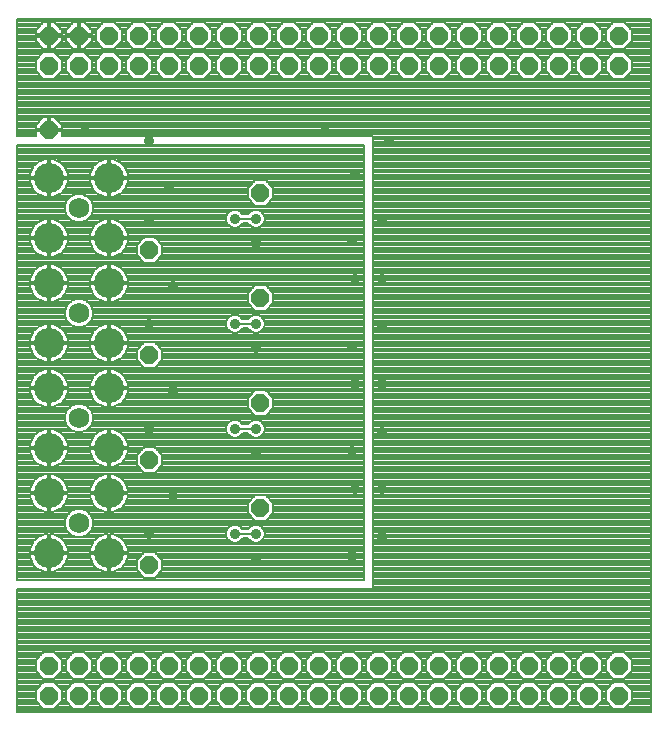
<source format=gbl>
G75*
G70*
%OFA0B0*%
%FSLAX24Y24*%
%IPPOS*%
%LPD*%
%AMOC8*
5,1,8,0,0,1.08239X$1,22.5*
%
%ADD10C,0.1005*%
%ADD11C,0.0690*%
%ADD12OC8,0.0600*%
%ADD13C,0.0080*%
%ADD14C,0.0357*%
D10*
X002090Y006040D03*
X002090Y008040D03*
X002090Y009540D03*
X004090Y009540D03*
X004090Y008040D03*
X004090Y006040D03*
X004090Y011540D03*
X004090Y013040D03*
X004090Y015040D03*
X004090Y016540D03*
X004090Y018540D03*
X002090Y018540D03*
X002090Y016540D03*
X002090Y015040D03*
X002090Y013040D03*
X002090Y011540D03*
D11*
X003090Y010540D03*
X003090Y007040D03*
X003090Y014040D03*
X003090Y017540D03*
D12*
X005440Y016140D03*
X005440Y012640D03*
X005440Y009140D03*
X005440Y005640D03*
X005090Y002290D03*
X005090Y001290D03*
X006090Y001290D03*
X006090Y002290D03*
X007090Y002290D03*
X007090Y001290D03*
X008090Y001290D03*
X008090Y002290D03*
X009090Y002290D03*
X009090Y001290D03*
X010090Y001290D03*
X010090Y002290D03*
X011090Y002290D03*
X011090Y001290D03*
X012090Y001290D03*
X012090Y002290D03*
X013090Y002290D03*
X013090Y001290D03*
X014090Y001290D03*
X014090Y002290D03*
X015090Y002290D03*
X015090Y001290D03*
X016090Y001290D03*
X016090Y002290D03*
X017090Y002290D03*
X017090Y001290D03*
X018090Y001290D03*
X018090Y002290D03*
X019090Y002290D03*
X019090Y001290D03*
X020090Y001290D03*
X020090Y002290D03*
X021090Y002290D03*
X021090Y001290D03*
X009140Y007540D03*
X009140Y011040D03*
X009140Y014540D03*
X009140Y018040D03*
X009090Y022290D03*
X009090Y023290D03*
X008090Y023290D03*
X008090Y022290D03*
X007090Y022290D03*
X007090Y023290D03*
X006090Y023290D03*
X006090Y022290D03*
X005090Y022290D03*
X005090Y023290D03*
X004090Y023290D03*
X004090Y022290D03*
X003090Y022290D03*
X003090Y023290D03*
X002090Y023290D03*
X002090Y022290D03*
X002090Y020140D03*
X010090Y022290D03*
X010090Y023290D03*
X011090Y023290D03*
X011090Y022290D03*
X012090Y022290D03*
X012090Y023290D03*
X013090Y023290D03*
X013090Y022290D03*
X014090Y022290D03*
X014090Y023290D03*
X015090Y023290D03*
X015090Y022290D03*
X016090Y022290D03*
X016090Y023290D03*
X017090Y023290D03*
X017090Y022290D03*
X018090Y022290D03*
X018090Y023290D03*
X019090Y023290D03*
X019090Y022290D03*
X020090Y022290D03*
X020090Y023290D03*
X021090Y023290D03*
X021090Y022290D03*
X004090Y002290D03*
X004090Y001290D03*
X003090Y001290D03*
X003090Y002290D03*
X002090Y002290D03*
X002090Y001290D03*
D13*
X001030Y000730D02*
X001030Y004840D01*
X012890Y004840D01*
X012890Y019940D01*
X002512Y019940D01*
X002530Y019958D01*
X002530Y020100D01*
X002130Y020100D01*
X002130Y020180D01*
X002530Y020180D01*
X002530Y020322D01*
X002272Y020580D01*
X002130Y020580D01*
X002130Y020180D01*
X002050Y020180D01*
X002050Y020580D01*
X001908Y020580D01*
X001650Y020322D01*
X001650Y020180D01*
X002050Y020180D01*
X002050Y020100D01*
X001650Y020100D01*
X001650Y019958D01*
X001668Y019940D01*
X001030Y019940D01*
X001030Y023850D01*
X022150Y023850D01*
X022150Y000730D01*
X001030Y000730D01*
X001030Y000761D02*
X022150Y000761D01*
X022150Y000840D02*
X001030Y000840D01*
X001030Y000918D02*
X001840Y000918D01*
X001908Y000850D02*
X002272Y000850D01*
X002530Y001108D01*
X002530Y001472D01*
X002272Y001730D01*
X001908Y001730D01*
X001650Y001472D01*
X001650Y001108D01*
X001908Y000850D01*
X001761Y000997D02*
X001030Y000997D01*
X001030Y001075D02*
X001683Y001075D01*
X001650Y001154D02*
X001030Y001154D01*
X001030Y001232D02*
X001650Y001232D01*
X001650Y001311D02*
X001030Y001311D01*
X001030Y001389D02*
X001650Y001389D01*
X001650Y001468D02*
X001030Y001468D01*
X001030Y001546D02*
X001724Y001546D01*
X001802Y001625D02*
X001030Y001625D01*
X001030Y001703D02*
X001881Y001703D01*
X001908Y001850D02*
X002272Y001850D01*
X002530Y002108D01*
X002530Y002472D01*
X002272Y002730D01*
X001908Y002730D01*
X001650Y002472D01*
X001650Y002108D01*
X001908Y001850D01*
X001898Y001860D02*
X001030Y001860D01*
X001030Y001782D02*
X022150Y001782D01*
X022150Y001860D02*
X021282Y001860D01*
X021272Y001850D02*
X021530Y002108D01*
X021530Y002472D01*
X021272Y002730D01*
X020908Y002730D01*
X020650Y002472D01*
X020650Y002108D01*
X020908Y001850D01*
X021272Y001850D01*
X021272Y001730D02*
X020908Y001730D01*
X020650Y001472D01*
X020650Y001108D01*
X020908Y000850D01*
X021272Y000850D01*
X021530Y001108D01*
X021530Y001472D01*
X021272Y001730D01*
X021299Y001703D02*
X022150Y001703D01*
X022150Y001625D02*
X021378Y001625D01*
X021456Y001546D02*
X022150Y001546D01*
X022150Y001468D02*
X021530Y001468D01*
X021530Y001389D02*
X022150Y001389D01*
X022150Y001311D02*
X021530Y001311D01*
X021530Y001232D02*
X022150Y001232D01*
X022150Y001154D02*
X021530Y001154D01*
X021497Y001075D02*
X022150Y001075D01*
X022150Y000997D02*
X021419Y000997D01*
X021340Y000918D02*
X022150Y000918D01*
X022150Y001939D02*
X021361Y001939D01*
X021439Y002017D02*
X022150Y002017D01*
X022150Y002096D02*
X021518Y002096D01*
X021530Y002174D02*
X022150Y002174D01*
X022150Y002253D02*
X021530Y002253D01*
X021530Y002331D02*
X022150Y002331D01*
X022150Y002410D02*
X021530Y002410D01*
X021514Y002488D02*
X022150Y002488D01*
X022150Y002567D02*
X021436Y002567D01*
X021357Y002645D02*
X022150Y002645D01*
X022150Y002724D02*
X021279Y002724D01*
X020901Y002724D02*
X020279Y002724D01*
X020272Y002730D02*
X019908Y002730D01*
X019650Y002472D01*
X019650Y002108D01*
X019908Y001850D01*
X020272Y001850D01*
X020530Y002108D01*
X020530Y002472D01*
X020272Y002730D01*
X020357Y002645D02*
X020823Y002645D01*
X020744Y002567D02*
X020436Y002567D01*
X020514Y002488D02*
X020666Y002488D01*
X020650Y002410D02*
X020530Y002410D01*
X020530Y002331D02*
X020650Y002331D01*
X020650Y002253D02*
X020530Y002253D01*
X020530Y002174D02*
X020650Y002174D01*
X020662Y002096D02*
X020518Y002096D01*
X020439Y002017D02*
X020741Y002017D01*
X020819Y001939D02*
X020361Y001939D01*
X020282Y001860D02*
X020898Y001860D01*
X020881Y001703D02*
X020299Y001703D01*
X020272Y001730D02*
X019908Y001730D01*
X019650Y001472D01*
X019650Y001108D01*
X019908Y000850D01*
X020272Y000850D01*
X020530Y001108D01*
X020530Y001472D01*
X020272Y001730D01*
X020378Y001625D02*
X020802Y001625D01*
X020724Y001546D02*
X020456Y001546D01*
X020530Y001468D02*
X020650Y001468D01*
X020650Y001389D02*
X020530Y001389D01*
X020530Y001311D02*
X020650Y001311D01*
X020650Y001232D02*
X020530Y001232D01*
X020530Y001154D02*
X020650Y001154D01*
X020683Y001075D02*
X020497Y001075D01*
X020419Y000997D02*
X020761Y000997D01*
X020840Y000918D02*
X020340Y000918D01*
X019840Y000918D02*
X019340Y000918D01*
X019272Y000850D02*
X019530Y001108D01*
X019530Y001472D01*
X019272Y001730D01*
X018908Y001730D01*
X018650Y001472D01*
X018650Y001108D01*
X018908Y000850D01*
X019272Y000850D01*
X019419Y000997D02*
X019761Y000997D01*
X019683Y001075D02*
X019497Y001075D01*
X019530Y001154D02*
X019650Y001154D01*
X019650Y001232D02*
X019530Y001232D01*
X019530Y001311D02*
X019650Y001311D01*
X019650Y001389D02*
X019530Y001389D01*
X019530Y001468D02*
X019650Y001468D01*
X019724Y001546D02*
X019456Y001546D01*
X019378Y001625D02*
X019802Y001625D01*
X019881Y001703D02*
X019299Y001703D01*
X019272Y001850D02*
X019530Y002108D01*
X019530Y002472D01*
X019272Y002730D01*
X018908Y002730D01*
X018650Y002472D01*
X018650Y002108D01*
X018908Y001850D01*
X019272Y001850D01*
X019282Y001860D02*
X019898Y001860D01*
X019819Y001939D02*
X019361Y001939D01*
X019439Y002017D02*
X019741Y002017D01*
X019662Y002096D02*
X019518Y002096D01*
X019530Y002174D02*
X019650Y002174D01*
X019650Y002253D02*
X019530Y002253D01*
X019530Y002331D02*
X019650Y002331D01*
X019650Y002410D02*
X019530Y002410D01*
X019514Y002488D02*
X019666Y002488D01*
X019744Y002567D02*
X019436Y002567D01*
X019357Y002645D02*
X019823Y002645D01*
X019901Y002724D02*
X019279Y002724D01*
X018901Y002724D02*
X018279Y002724D01*
X018272Y002730D02*
X017908Y002730D01*
X017650Y002472D01*
X017650Y002108D01*
X017908Y001850D01*
X018272Y001850D01*
X018530Y002108D01*
X018530Y002472D01*
X018272Y002730D01*
X018357Y002645D02*
X018823Y002645D01*
X018744Y002567D02*
X018436Y002567D01*
X018514Y002488D02*
X018666Y002488D01*
X018650Y002410D02*
X018530Y002410D01*
X018530Y002331D02*
X018650Y002331D01*
X018650Y002253D02*
X018530Y002253D01*
X018530Y002174D02*
X018650Y002174D01*
X018662Y002096D02*
X018518Y002096D01*
X018439Y002017D02*
X018741Y002017D01*
X018819Y001939D02*
X018361Y001939D01*
X018282Y001860D02*
X018898Y001860D01*
X018881Y001703D02*
X018299Y001703D01*
X018272Y001730D02*
X017908Y001730D01*
X017650Y001472D01*
X017650Y001108D01*
X017908Y000850D01*
X018272Y000850D01*
X018530Y001108D01*
X018530Y001472D01*
X018272Y001730D01*
X018378Y001625D02*
X018802Y001625D01*
X018724Y001546D02*
X018456Y001546D01*
X018530Y001468D02*
X018650Y001468D01*
X018650Y001389D02*
X018530Y001389D01*
X018530Y001311D02*
X018650Y001311D01*
X018650Y001232D02*
X018530Y001232D01*
X018530Y001154D02*
X018650Y001154D01*
X018683Y001075D02*
X018497Y001075D01*
X018419Y000997D02*
X018761Y000997D01*
X018840Y000918D02*
X018340Y000918D01*
X017840Y000918D02*
X017340Y000918D01*
X017272Y000850D02*
X017530Y001108D01*
X017530Y001472D01*
X017272Y001730D01*
X016908Y001730D01*
X016650Y001472D01*
X016650Y001108D01*
X016908Y000850D01*
X017272Y000850D01*
X017419Y000997D02*
X017761Y000997D01*
X017683Y001075D02*
X017497Y001075D01*
X017530Y001154D02*
X017650Y001154D01*
X017650Y001232D02*
X017530Y001232D01*
X017530Y001311D02*
X017650Y001311D01*
X017650Y001389D02*
X017530Y001389D01*
X017530Y001468D02*
X017650Y001468D01*
X017724Y001546D02*
X017456Y001546D01*
X017378Y001625D02*
X017802Y001625D01*
X017881Y001703D02*
X017299Y001703D01*
X017272Y001850D02*
X016908Y001850D01*
X016650Y002108D01*
X016650Y002472D01*
X016908Y002730D01*
X017272Y002730D01*
X017530Y002472D01*
X017530Y002108D01*
X017272Y001850D01*
X017282Y001860D02*
X017898Y001860D01*
X017819Y001939D02*
X017361Y001939D01*
X017439Y002017D02*
X017741Y002017D01*
X017662Y002096D02*
X017518Y002096D01*
X017530Y002174D02*
X017650Y002174D01*
X017650Y002253D02*
X017530Y002253D01*
X017530Y002331D02*
X017650Y002331D01*
X017650Y002410D02*
X017530Y002410D01*
X017514Y002488D02*
X017666Y002488D01*
X017744Y002567D02*
X017436Y002567D01*
X017357Y002645D02*
X017823Y002645D01*
X017901Y002724D02*
X017279Y002724D01*
X016901Y002724D02*
X016279Y002724D01*
X016272Y002730D02*
X015908Y002730D01*
X015650Y002472D01*
X015650Y002108D01*
X015908Y001850D01*
X016272Y001850D01*
X016530Y002108D01*
X016530Y002472D01*
X016272Y002730D01*
X016357Y002645D02*
X016823Y002645D01*
X016744Y002567D02*
X016436Y002567D01*
X016514Y002488D02*
X016666Y002488D01*
X016650Y002410D02*
X016530Y002410D01*
X016530Y002331D02*
X016650Y002331D01*
X016650Y002253D02*
X016530Y002253D01*
X016530Y002174D02*
X016650Y002174D01*
X016662Y002096D02*
X016518Y002096D01*
X016439Y002017D02*
X016741Y002017D01*
X016819Y001939D02*
X016361Y001939D01*
X016282Y001860D02*
X016898Y001860D01*
X016881Y001703D02*
X016299Y001703D01*
X016272Y001730D02*
X015908Y001730D01*
X015650Y001472D01*
X015650Y001108D01*
X015908Y000850D01*
X016272Y000850D01*
X016530Y001108D01*
X016530Y001472D01*
X016272Y001730D01*
X016378Y001625D02*
X016802Y001625D01*
X016724Y001546D02*
X016456Y001546D01*
X016530Y001468D02*
X016650Y001468D01*
X016650Y001389D02*
X016530Y001389D01*
X016530Y001311D02*
X016650Y001311D01*
X016650Y001232D02*
X016530Y001232D01*
X016530Y001154D02*
X016650Y001154D01*
X016683Y001075D02*
X016497Y001075D01*
X016419Y000997D02*
X016761Y000997D01*
X016840Y000918D02*
X016340Y000918D01*
X015840Y000918D02*
X015340Y000918D01*
X015272Y000850D02*
X015530Y001108D01*
X015530Y001472D01*
X015272Y001730D01*
X014908Y001730D01*
X014650Y001472D01*
X014650Y001108D01*
X014908Y000850D01*
X015272Y000850D01*
X015419Y000997D02*
X015761Y000997D01*
X015683Y001075D02*
X015497Y001075D01*
X015530Y001154D02*
X015650Y001154D01*
X015650Y001232D02*
X015530Y001232D01*
X015530Y001311D02*
X015650Y001311D01*
X015650Y001389D02*
X015530Y001389D01*
X015530Y001468D02*
X015650Y001468D01*
X015724Y001546D02*
X015456Y001546D01*
X015378Y001625D02*
X015802Y001625D01*
X015881Y001703D02*
X015299Y001703D01*
X015272Y001850D02*
X015530Y002108D01*
X015530Y002472D01*
X015272Y002730D01*
X014908Y002730D01*
X014650Y002472D01*
X014650Y002108D01*
X014908Y001850D01*
X015272Y001850D01*
X015282Y001860D02*
X015898Y001860D01*
X015819Y001939D02*
X015361Y001939D01*
X015439Y002017D02*
X015741Y002017D01*
X015662Y002096D02*
X015518Y002096D01*
X015530Y002174D02*
X015650Y002174D01*
X015650Y002253D02*
X015530Y002253D01*
X015530Y002331D02*
X015650Y002331D01*
X015650Y002410D02*
X015530Y002410D01*
X015514Y002488D02*
X015666Y002488D01*
X015744Y002567D02*
X015436Y002567D01*
X015357Y002645D02*
X015823Y002645D01*
X015901Y002724D02*
X015279Y002724D01*
X014901Y002724D02*
X014279Y002724D01*
X014272Y002730D02*
X013908Y002730D01*
X013650Y002472D01*
X013650Y002108D01*
X013908Y001850D01*
X014272Y001850D01*
X014530Y002108D01*
X014530Y002472D01*
X014272Y002730D01*
X014357Y002645D02*
X014823Y002645D01*
X014744Y002567D02*
X014436Y002567D01*
X014514Y002488D02*
X014666Y002488D01*
X014650Y002410D02*
X014530Y002410D01*
X014530Y002331D02*
X014650Y002331D01*
X014650Y002253D02*
X014530Y002253D01*
X014530Y002174D02*
X014650Y002174D01*
X014662Y002096D02*
X014518Y002096D01*
X014439Y002017D02*
X014741Y002017D01*
X014819Y001939D02*
X014361Y001939D01*
X014282Y001860D02*
X014898Y001860D01*
X014881Y001703D02*
X014299Y001703D01*
X014272Y001730D02*
X013908Y001730D01*
X013650Y001472D01*
X013650Y001108D01*
X013908Y000850D01*
X014272Y000850D01*
X014530Y001108D01*
X014530Y001472D01*
X014272Y001730D01*
X014378Y001625D02*
X014802Y001625D01*
X014724Y001546D02*
X014456Y001546D01*
X014530Y001468D02*
X014650Y001468D01*
X014650Y001389D02*
X014530Y001389D01*
X014530Y001311D02*
X014650Y001311D01*
X014650Y001232D02*
X014530Y001232D01*
X014530Y001154D02*
X014650Y001154D01*
X014683Y001075D02*
X014497Y001075D01*
X014419Y000997D02*
X014761Y000997D01*
X014840Y000918D02*
X014340Y000918D01*
X013840Y000918D02*
X013340Y000918D01*
X013272Y000850D02*
X013530Y001108D01*
X013530Y001472D01*
X013272Y001730D01*
X012908Y001730D01*
X012650Y001472D01*
X012650Y001108D01*
X012908Y000850D01*
X013272Y000850D01*
X013419Y000997D02*
X013761Y000997D01*
X013683Y001075D02*
X013497Y001075D01*
X013530Y001154D02*
X013650Y001154D01*
X013650Y001232D02*
X013530Y001232D01*
X013530Y001311D02*
X013650Y001311D01*
X013650Y001389D02*
X013530Y001389D01*
X013530Y001468D02*
X013650Y001468D01*
X013724Y001546D02*
X013456Y001546D01*
X013378Y001625D02*
X013802Y001625D01*
X013881Y001703D02*
X013299Y001703D01*
X013272Y001850D02*
X013530Y002108D01*
X013530Y002472D01*
X013272Y002730D01*
X012908Y002730D01*
X012650Y002472D01*
X012650Y002108D01*
X012908Y001850D01*
X013272Y001850D01*
X013282Y001860D02*
X013898Y001860D01*
X013819Y001939D02*
X013361Y001939D01*
X013439Y002017D02*
X013741Y002017D01*
X013662Y002096D02*
X013518Y002096D01*
X013530Y002174D02*
X013650Y002174D01*
X013650Y002253D02*
X013530Y002253D01*
X013530Y002331D02*
X013650Y002331D01*
X013650Y002410D02*
X013530Y002410D01*
X013514Y002488D02*
X013666Y002488D01*
X013744Y002567D02*
X013436Y002567D01*
X013357Y002645D02*
X013823Y002645D01*
X013901Y002724D02*
X013279Y002724D01*
X012901Y002724D02*
X012279Y002724D01*
X012272Y002730D02*
X011908Y002730D01*
X011650Y002472D01*
X011650Y002108D01*
X011908Y001850D01*
X012272Y001850D01*
X012530Y002108D01*
X012530Y002472D01*
X012272Y002730D01*
X012357Y002645D02*
X012823Y002645D01*
X012744Y002567D02*
X012436Y002567D01*
X012514Y002488D02*
X012666Y002488D01*
X012650Y002410D02*
X012530Y002410D01*
X012530Y002331D02*
X012650Y002331D01*
X012650Y002253D02*
X012530Y002253D01*
X012530Y002174D02*
X012650Y002174D01*
X012662Y002096D02*
X012518Y002096D01*
X012439Y002017D02*
X012741Y002017D01*
X012819Y001939D02*
X012361Y001939D01*
X012282Y001860D02*
X012898Y001860D01*
X012881Y001703D02*
X012299Y001703D01*
X012272Y001730D02*
X011908Y001730D01*
X011650Y001472D01*
X011650Y001108D01*
X011908Y000850D01*
X012272Y000850D01*
X012530Y001108D01*
X012530Y001472D01*
X012272Y001730D01*
X012378Y001625D02*
X012802Y001625D01*
X012724Y001546D02*
X012456Y001546D01*
X012530Y001468D02*
X012650Y001468D01*
X012650Y001389D02*
X012530Y001389D01*
X012530Y001311D02*
X012650Y001311D01*
X012650Y001232D02*
X012530Y001232D01*
X012530Y001154D02*
X012650Y001154D01*
X012683Y001075D02*
X012497Y001075D01*
X012419Y000997D02*
X012761Y000997D01*
X012840Y000918D02*
X012340Y000918D01*
X011840Y000918D02*
X011340Y000918D01*
X011272Y000850D02*
X011530Y001108D01*
X011530Y001472D01*
X011272Y001730D01*
X010908Y001730D01*
X010650Y001472D01*
X010650Y001108D01*
X010908Y000850D01*
X011272Y000850D01*
X011419Y000997D02*
X011761Y000997D01*
X011683Y001075D02*
X011497Y001075D01*
X011530Y001154D02*
X011650Y001154D01*
X011650Y001232D02*
X011530Y001232D01*
X011530Y001311D02*
X011650Y001311D01*
X011650Y001389D02*
X011530Y001389D01*
X011530Y001468D02*
X011650Y001468D01*
X011724Y001546D02*
X011456Y001546D01*
X011378Y001625D02*
X011802Y001625D01*
X011881Y001703D02*
X011299Y001703D01*
X011272Y001850D02*
X011530Y002108D01*
X011530Y002472D01*
X011272Y002730D01*
X010908Y002730D01*
X010650Y002472D01*
X010650Y002108D01*
X010908Y001850D01*
X011272Y001850D01*
X011282Y001860D02*
X011898Y001860D01*
X011819Y001939D02*
X011361Y001939D01*
X011439Y002017D02*
X011741Y002017D01*
X011662Y002096D02*
X011518Y002096D01*
X011530Y002174D02*
X011650Y002174D01*
X011650Y002253D02*
X011530Y002253D01*
X011530Y002331D02*
X011650Y002331D01*
X011650Y002410D02*
X011530Y002410D01*
X011514Y002488D02*
X011666Y002488D01*
X011744Y002567D02*
X011436Y002567D01*
X011357Y002645D02*
X011823Y002645D01*
X011901Y002724D02*
X011279Y002724D01*
X010901Y002724D02*
X010279Y002724D01*
X010272Y002730D02*
X010530Y002472D01*
X010530Y002108D01*
X010272Y001850D01*
X009908Y001850D01*
X009650Y002108D01*
X009650Y002472D01*
X009908Y002730D01*
X010272Y002730D01*
X010357Y002645D02*
X010823Y002645D01*
X010744Y002567D02*
X010436Y002567D01*
X010514Y002488D02*
X010666Y002488D01*
X010650Y002410D02*
X010530Y002410D01*
X010530Y002331D02*
X010650Y002331D01*
X010650Y002253D02*
X010530Y002253D01*
X010530Y002174D02*
X010650Y002174D01*
X010662Y002096D02*
X010518Y002096D01*
X010439Y002017D02*
X010741Y002017D01*
X010819Y001939D02*
X010361Y001939D01*
X010282Y001860D02*
X010898Y001860D01*
X010881Y001703D02*
X010299Y001703D01*
X010272Y001730D02*
X009908Y001730D01*
X009650Y001472D01*
X009650Y001108D01*
X009908Y000850D01*
X010272Y000850D01*
X010530Y001108D01*
X010530Y001472D01*
X010272Y001730D01*
X010378Y001625D02*
X010802Y001625D01*
X010724Y001546D02*
X010456Y001546D01*
X010530Y001468D02*
X010650Y001468D01*
X010650Y001389D02*
X010530Y001389D01*
X010530Y001311D02*
X010650Y001311D01*
X010650Y001232D02*
X010530Y001232D01*
X010530Y001154D02*
X010650Y001154D01*
X010683Y001075D02*
X010497Y001075D01*
X010419Y000997D02*
X010761Y000997D01*
X010840Y000918D02*
X010340Y000918D01*
X009840Y000918D02*
X009340Y000918D01*
X009272Y000850D02*
X009530Y001108D01*
X009530Y001472D01*
X009272Y001730D01*
X008908Y001730D01*
X008650Y001472D01*
X008650Y001108D01*
X008908Y000850D01*
X009272Y000850D01*
X009419Y000997D02*
X009761Y000997D01*
X009683Y001075D02*
X009497Y001075D01*
X009530Y001154D02*
X009650Y001154D01*
X009650Y001232D02*
X009530Y001232D01*
X009530Y001311D02*
X009650Y001311D01*
X009650Y001389D02*
X009530Y001389D01*
X009530Y001468D02*
X009650Y001468D01*
X009724Y001546D02*
X009456Y001546D01*
X009378Y001625D02*
X009802Y001625D01*
X009881Y001703D02*
X009299Y001703D01*
X009272Y001850D02*
X008908Y001850D01*
X008650Y002108D01*
X008650Y002472D01*
X008908Y002730D01*
X009272Y002730D01*
X009530Y002472D01*
X009530Y002108D01*
X009272Y001850D01*
X009282Y001860D02*
X009898Y001860D01*
X009819Y001939D02*
X009361Y001939D01*
X009439Y002017D02*
X009741Y002017D01*
X009662Y002096D02*
X009518Y002096D01*
X009530Y002174D02*
X009650Y002174D01*
X009650Y002253D02*
X009530Y002253D01*
X009530Y002331D02*
X009650Y002331D01*
X009650Y002410D02*
X009530Y002410D01*
X009514Y002488D02*
X009666Y002488D01*
X009744Y002567D02*
X009436Y002567D01*
X009357Y002645D02*
X009823Y002645D01*
X009901Y002724D02*
X009279Y002724D01*
X008901Y002724D02*
X008279Y002724D01*
X008272Y002730D02*
X007908Y002730D01*
X007650Y002472D01*
X007650Y002108D01*
X007908Y001850D01*
X008272Y001850D01*
X008530Y002108D01*
X008530Y002472D01*
X008272Y002730D01*
X008357Y002645D02*
X008823Y002645D01*
X008744Y002567D02*
X008436Y002567D01*
X008514Y002488D02*
X008666Y002488D01*
X008650Y002410D02*
X008530Y002410D01*
X008530Y002331D02*
X008650Y002331D01*
X008650Y002253D02*
X008530Y002253D01*
X008530Y002174D02*
X008650Y002174D01*
X008662Y002096D02*
X008518Y002096D01*
X008439Y002017D02*
X008741Y002017D01*
X008819Y001939D02*
X008361Y001939D01*
X008282Y001860D02*
X008898Y001860D01*
X008881Y001703D02*
X008299Y001703D01*
X008272Y001730D02*
X007908Y001730D01*
X007650Y001472D01*
X007650Y001108D01*
X007908Y000850D01*
X008272Y000850D01*
X008530Y001108D01*
X008530Y001472D01*
X008272Y001730D01*
X008378Y001625D02*
X008802Y001625D01*
X008724Y001546D02*
X008456Y001546D01*
X008530Y001468D02*
X008650Y001468D01*
X008650Y001389D02*
X008530Y001389D01*
X008530Y001311D02*
X008650Y001311D01*
X008650Y001232D02*
X008530Y001232D01*
X008530Y001154D02*
X008650Y001154D01*
X008683Y001075D02*
X008497Y001075D01*
X008419Y000997D02*
X008761Y000997D01*
X008840Y000918D02*
X008340Y000918D01*
X007840Y000918D02*
X007340Y000918D01*
X007272Y000850D02*
X007530Y001108D01*
X007530Y001472D01*
X007272Y001730D01*
X006908Y001730D01*
X006650Y001472D01*
X006650Y001108D01*
X006908Y000850D01*
X007272Y000850D01*
X007419Y000997D02*
X007761Y000997D01*
X007683Y001075D02*
X007497Y001075D01*
X007530Y001154D02*
X007650Y001154D01*
X007650Y001232D02*
X007530Y001232D01*
X007530Y001311D02*
X007650Y001311D01*
X007650Y001389D02*
X007530Y001389D01*
X007530Y001468D02*
X007650Y001468D01*
X007724Y001546D02*
X007456Y001546D01*
X007378Y001625D02*
X007802Y001625D01*
X007881Y001703D02*
X007299Y001703D01*
X007272Y001850D02*
X006908Y001850D01*
X006650Y002108D01*
X006650Y002472D01*
X006908Y002730D01*
X007272Y002730D01*
X007530Y002472D01*
X007530Y002108D01*
X007272Y001850D01*
X007282Y001860D02*
X007898Y001860D01*
X007819Y001939D02*
X007361Y001939D01*
X007439Y002017D02*
X007741Y002017D01*
X007662Y002096D02*
X007518Y002096D01*
X007530Y002174D02*
X007650Y002174D01*
X007650Y002253D02*
X007530Y002253D01*
X007530Y002331D02*
X007650Y002331D01*
X007650Y002410D02*
X007530Y002410D01*
X007514Y002488D02*
X007666Y002488D01*
X007744Y002567D02*
X007436Y002567D01*
X007357Y002645D02*
X007823Y002645D01*
X007901Y002724D02*
X007279Y002724D01*
X006901Y002724D02*
X006279Y002724D01*
X006272Y002730D02*
X005908Y002730D01*
X005650Y002472D01*
X005650Y002108D01*
X005908Y001850D01*
X006272Y001850D01*
X006530Y002108D01*
X006530Y002472D01*
X006272Y002730D01*
X006357Y002645D02*
X006823Y002645D01*
X006744Y002567D02*
X006436Y002567D01*
X006514Y002488D02*
X006666Y002488D01*
X006650Y002410D02*
X006530Y002410D01*
X006530Y002331D02*
X006650Y002331D01*
X006650Y002253D02*
X006530Y002253D01*
X006530Y002174D02*
X006650Y002174D01*
X006662Y002096D02*
X006518Y002096D01*
X006439Y002017D02*
X006741Y002017D01*
X006819Y001939D02*
X006361Y001939D01*
X006282Y001860D02*
X006898Y001860D01*
X006881Y001703D02*
X006299Y001703D01*
X006272Y001730D02*
X005908Y001730D01*
X005650Y001472D01*
X005650Y001108D01*
X005908Y000850D01*
X006272Y000850D01*
X006530Y001108D01*
X006530Y001472D01*
X006272Y001730D01*
X006378Y001625D02*
X006802Y001625D01*
X006724Y001546D02*
X006456Y001546D01*
X006530Y001468D02*
X006650Y001468D01*
X006650Y001389D02*
X006530Y001389D01*
X006530Y001311D02*
X006650Y001311D01*
X006650Y001232D02*
X006530Y001232D01*
X006530Y001154D02*
X006650Y001154D01*
X006683Y001075D02*
X006497Y001075D01*
X006419Y000997D02*
X006761Y000997D01*
X006840Y000918D02*
X006340Y000918D01*
X005840Y000918D02*
X005340Y000918D01*
X005272Y000850D02*
X005530Y001108D01*
X005530Y001472D01*
X005272Y001730D01*
X004908Y001730D01*
X004650Y001472D01*
X004650Y001108D01*
X004908Y000850D01*
X005272Y000850D01*
X005419Y000997D02*
X005761Y000997D01*
X005683Y001075D02*
X005497Y001075D01*
X005530Y001154D02*
X005650Y001154D01*
X005650Y001232D02*
X005530Y001232D01*
X005530Y001311D02*
X005650Y001311D01*
X005650Y001389D02*
X005530Y001389D01*
X005530Y001468D02*
X005650Y001468D01*
X005724Y001546D02*
X005456Y001546D01*
X005378Y001625D02*
X005802Y001625D01*
X005881Y001703D02*
X005299Y001703D01*
X005272Y001850D02*
X005530Y002108D01*
X005530Y002472D01*
X005272Y002730D01*
X004908Y002730D01*
X004650Y002472D01*
X004650Y002108D01*
X004908Y001850D01*
X005272Y001850D01*
X005282Y001860D02*
X005898Y001860D01*
X005819Y001939D02*
X005361Y001939D01*
X005439Y002017D02*
X005741Y002017D01*
X005662Y002096D02*
X005518Y002096D01*
X005530Y002174D02*
X005650Y002174D01*
X005650Y002253D02*
X005530Y002253D01*
X005530Y002331D02*
X005650Y002331D01*
X005650Y002410D02*
X005530Y002410D01*
X005514Y002488D02*
X005666Y002488D01*
X005744Y002567D02*
X005436Y002567D01*
X005357Y002645D02*
X005823Y002645D01*
X005901Y002724D02*
X005279Y002724D01*
X004901Y002724D02*
X004279Y002724D01*
X004272Y002730D02*
X003908Y002730D01*
X003650Y002472D01*
X003650Y002108D01*
X003908Y001850D01*
X004272Y001850D01*
X004530Y002108D01*
X004530Y002472D01*
X004272Y002730D01*
X004357Y002645D02*
X004823Y002645D01*
X004744Y002567D02*
X004436Y002567D01*
X004514Y002488D02*
X004666Y002488D01*
X004650Y002410D02*
X004530Y002410D01*
X004530Y002331D02*
X004650Y002331D01*
X004650Y002253D02*
X004530Y002253D01*
X004530Y002174D02*
X004650Y002174D01*
X004662Y002096D02*
X004518Y002096D01*
X004439Y002017D02*
X004741Y002017D01*
X004819Y001939D02*
X004361Y001939D01*
X004282Y001860D02*
X004898Y001860D01*
X004881Y001703D02*
X004299Y001703D01*
X004272Y001730D02*
X003908Y001730D01*
X003650Y001472D01*
X003650Y001108D01*
X003908Y000850D01*
X004272Y000850D01*
X004530Y001108D01*
X004530Y001472D01*
X004272Y001730D01*
X004378Y001625D02*
X004802Y001625D01*
X004724Y001546D02*
X004456Y001546D01*
X004530Y001468D02*
X004650Y001468D01*
X004650Y001389D02*
X004530Y001389D01*
X004530Y001311D02*
X004650Y001311D01*
X004650Y001232D02*
X004530Y001232D01*
X004530Y001154D02*
X004650Y001154D01*
X004683Y001075D02*
X004497Y001075D01*
X004419Y000997D02*
X004761Y000997D01*
X004840Y000918D02*
X004340Y000918D01*
X003840Y000918D02*
X003340Y000918D01*
X003272Y000850D02*
X003530Y001108D01*
X003530Y001472D01*
X003272Y001730D01*
X002908Y001730D01*
X002650Y001472D01*
X002650Y001108D01*
X002908Y000850D01*
X003272Y000850D01*
X003419Y000997D02*
X003761Y000997D01*
X003683Y001075D02*
X003497Y001075D01*
X003530Y001154D02*
X003650Y001154D01*
X003650Y001232D02*
X003530Y001232D01*
X003530Y001311D02*
X003650Y001311D01*
X003650Y001389D02*
X003530Y001389D01*
X003530Y001468D02*
X003650Y001468D01*
X003724Y001546D02*
X003456Y001546D01*
X003378Y001625D02*
X003802Y001625D01*
X003881Y001703D02*
X003299Y001703D01*
X003272Y001850D02*
X003530Y002108D01*
X003530Y002472D01*
X003272Y002730D01*
X002908Y002730D01*
X002650Y002472D01*
X002650Y002108D01*
X002908Y001850D01*
X003272Y001850D01*
X003282Y001860D02*
X003898Y001860D01*
X003819Y001939D02*
X003361Y001939D01*
X003439Y002017D02*
X003741Y002017D01*
X003662Y002096D02*
X003518Y002096D01*
X003530Y002174D02*
X003650Y002174D01*
X003650Y002253D02*
X003530Y002253D01*
X003530Y002331D02*
X003650Y002331D01*
X003650Y002410D02*
X003530Y002410D01*
X003514Y002488D02*
X003666Y002488D01*
X003744Y002567D02*
X003436Y002567D01*
X003357Y002645D02*
X003823Y002645D01*
X003901Y002724D02*
X003279Y002724D01*
X002901Y002724D02*
X002279Y002724D01*
X002357Y002645D02*
X002823Y002645D01*
X002744Y002567D02*
X002436Y002567D01*
X002514Y002488D02*
X002666Y002488D01*
X002650Y002410D02*
X002530Y002410D01*
X002530Y002331D02*
X002650Y002331D01*
X002650Y002253D02*
X002530Y002253D01*
X002530Y002174D02*
X002650Y002174D01*
X002662Y002096D02*
X002518Y002096D01*
X002439Y002017D02*
X002741Y002017D01*
X002819Y001939D02*
X002361Y001939D01*
X002282Y001860D02*
X002898Y001860D01*
X002881Y001703D02*
X002299Y001703D01*
X002378Y001625D02*
X002802Y001625D01*
X002724Y001546D02*
X002456Y001546D01*
X002530Y001468D02*
X002650Y001468D01*
X002650Y001389D02*
X002530Y001389D01*
X002530Y001311D02*
X002650Y001311D01*
X002650Y001232D02*
X002530Y001232D01*
X002530Y001154D02*
X002650Y001154D01*
X002683Y001075D02*
X002497Y001075D01*
X002419Y000997D02*
X002761Y000997D01*
X002840Y000918D02*
X002340Y000918D01*
X001819Y001939D02*
X001030Y001939D01*
X001030Y002017D02*
X001741Y002017D01*
X001662Y002096D02*
X001030Y002096D01*
X001030Y002174D02*
X001650Y002174D01*
X001650Y002253D02*
X001030Y002253D01*
X001030Y002331D02*
X001650Y002331D01*
X001650Y002410D02*
X001030Y002410D01*
X001030Y002488D02*
X001666Y002488D01*
X001744Y002567D02*
X001030Y002567D01*
X001030Y002645D02*
X001823Y002645D01*
X001901Y002724D02*
X001030Y002724D01*
X001030Y002802D02*
X022150Y002802D01*
X022150Y002881D02*
X001030Y002881D01*
X001030Y002959D02*
X022150Y002959D01*
X022150Y003038D02*
X001030Y003038D01*
X001030Y003116D02*
X022150Y003116D01*
X022150Y003195D02*
X001030Y003195D01*
X001030Y003273D02*
X022150Y003273D01*
X022150Y003352D02*
X001030Y003352D01*
X001030Y003430D02*
X022150Y003430D01*
X022150Y003509D02*
X001030Y003509D01*
X001030Y003587D02*
X022150Y003587D01*
X022150Y003666D02*
X001030Y003666D01*
X001030Y003744D02*
X022150Y003744D01*
X022150Y003823D02*
X001030Y003823D01*
X001030Y003901D02*
X022150Y003901D01*
X022150Y003980D02*
X001030Y003980D01*
X001030Y004058D02*
X022150Y004058D01*
X022150Y004137D02*
X001030Y004137D01*
X001030Y004215D02*
X022150Y004215D01*
X022150Y004294D02*
X001030Y004294D01*
X001030Y004372D02*
X022150Y004372D01*
X022150Y004451D02*
X001030Y004451D01*
X001030Y004529D02*
X022150Y004529D01*
X022150Y004608D02*
X001030Y004608D01*
X001030Y004686D02*
X022150Y004686D01*
X022150Y004765D02*
X001030Y004765D01*
X001030Y005140D02*
X001030Y019640D01*
X012590Y019640D01*
X012590Y005140D01*
X001030Y005140D01*
X001030Y005157D02*
X012590Y005157D01*
X012590Y005236D02*
X005629Y005236D01*
X005614Y005220D02*
X005860Y005466D01*
X005860Y005814D01*
X005614Y006060D01*
X005266Y006060D01*
X005020Y005814D01*
X005020Y005466D01*
X005266Y005220D01*
X005614Y005220D01*
X005708Y005314D02*
X012590Y005314D01*
X012590Y005393D02*
X005786Y005393D01*
X005860Y005471D02*
X012590Y005471D01*
X012590Y005550D02*
X005860Y005550D01*
X005860Y005628D02*
X012590Y005628D01*
X012590Y005707D02*
X005860Y005707D01*
X005860Y005785D02*
X012590Y005785D01*
X012590Y005864D02*
X005810Y005864D01*
X005732Y005942D02*
X012590Y005942D01*
X012590Y006021D02*
X005653Y006021D01*
X005227Y006021D02*
X004130Y006021D01*
X004130Y006000D02*
X004130Y006080D01*
X004732Y006080D01*
X004732Y006082D01*
X004722Y006166D01*
X004700Y006247D01*
X004667Y006325D01*
X004625Y006398D01*
X004574Y006465D01*
X004515Y006524D01*
X004448Y006575D01*
X004375Y006617D01*
X004297Y006650D01*
X004216Y006672D01*
X004132Y006682D01*
X004130Y006682D01*
X004130Y006080D01*
X004050Y006080D01*
X004050Y006682D01*
X004048Y006682D01*
X003964Y006672D01*
X003883Y006650D01*
X003805Y006617D01*
X003732Y006575D01*
X003665Y006524D01*
X003606Y006465D01*
X003555Y006398D01*
X003513Y006325D01*
X003480Y006247D01*
X003458Y006166D01*
X003448Y006082D01*
X003448Y006080D01*
X004050Y006080D01*
X004050Y006000D01*
X004130Y006000D01*
X004732Y006000D01*
X004732Y005998D01*
X004722Y005914D01*
X004700Y005833D01*
X004667Y005755D01*
X004625Y005682D01*
X004574Y005615D01*
X004515Y005556D01*
X004448Y005505D01*
X004375Y005463D01*
X004297Y005430D01*
X004216Y005408D01*
X004132Y005398D01*
X004130Y005398D01*
X004130Y006000D01*
X004130Y005942D02*
X004050Y005942D01*
X004050Y006000D02*
X004050Y005398D01*
X004048Y005398D01*
X003964Y005408D01*
X003883Y005430D01*
X003805Y005463D01*
X003732Y005505D01*
X003665Y005556D01*
X003606Y005615D01*
X003555Y005682D01*
X003513Y005755D01*
X003480Y005833D01*
X003458Y005914D01*
X003448Y005998D01*
X003448Y006000D01*
X004050Y006000D01*
X004050Y006021D02*
X002130Y006021D01*
X002130Y006000D02*
X002130Y006080D01*
X002732Y006080D01*
X002732Y006082D01*
X002722Y006166D01*
X002700Y006247D01*
X002667Y006325D01*
X002625Y006398D01*
X002574Y006465D01*
X002515Y006524D01*
X002448Y006575D01*
X002375Y006617D01*
X002297Y006650D01*
X002216Y006672D01*
X002132Y006682D01*
X002130Y006682D01*
X002130Y006080D01*
X002050Y006080D01*
X002050Y006682D01*
X002048Y006682D01*
X001964Y006672D01*
X001883Y006650D01*
X001805Y006617D01*
X001732Y006575D01*
X001665Y006524D01*
X001606Y006465D01*
X001555Y006398D01*
X001513Y006325D01*
X001480Y006247D01*
X001458Y006166D01*
X001448Y006082D01*
X001448Y006080D01*
X002050Y006080D01*
X002050Y006000D01*
X002130Y006000D01*
X002732Y006000D01*
X002732Y005998D01*
X002722Y005914D01*
X002700Y005833D01*
X002667Y005755D01*
X002625Y005682D01*
X002574Y005615D01*
X002515Y005556D01*
X002448Y005505D01*
X002375Y005463D01*
X002297Y005430D01*
X002216Y005408D01*
X002132Y005398D01*
X002130Y005398D01*
X002130Y006000D01*
X002130Y005942D02*
X002050Y005942D01*
X002050Y006000D02*
X002050Y005398D01*
X002048Y005398D01*
X001964Y005408D01*
X001883Y005430D01*
X001805Y005463D01*
X001732Y005505D01*
X001665Y005556D01*
X001606Y005615D01*
X001555Y005682D01*
X001513Y005755D01*
X001480Y005833D01*
X001458Y005914D01*
X001448Y005998D01*
X001448Y006000D01*
X002050Y006000D01*
X002050Y006021D02*
X001030Y006021D01*
X001030Y006099D02*
X001450Y006099D01*
X001462Y006178D02*
X001030Y006178D01*
X001030Y006256D02*
X001484Y006256D01*
X001518Y006335D02*
X001030Y006335D01*
X001030Y006413D02*
X001566Y006413D01*
X001633Y006492D02*
X001030Y006492D01*
X001030Y006570D02*
X001725Y006570D01*
X001880Y006649D02*
X001030Y006649D01*
X001030Y006727D02*
X002745Y006727D01*
X002696Y006777D02*
X002827Y006646D01*
X002998Y006575D01*
X003182Y006575D01*
X003353Y006646D01*
X003484Y006777D01*
X003555Y006948D01*
X003555Y007132D01*
X003484Y007303D01*
X003353Y007434D01*
X003182Y007505D01*
X002998Y007505D01*
X002827Y007434D01*
X002696Y007303D01*
X002625Y007132D01*
X002625Y006948D01*
X002696Y006777D01*
X002684Y006806D02*
X001030Y006806D01*
X001030Y006884D02*
X002651Y006884D01*
X002625Y006963D02*
X001030Y006963D01*
X001030Y007041D02*
X002625Y007041D01*
X002625Y007120D02*
X001030Y007120D01*
X001030Y007198D02*
X002652Y007198D01*
X002685Y007277D02*
X001030Y007277D01*
X001030Y007355D02*
X002747Y007355D01*
X002826Y007434D02*
X002305Y007434D01*
X002297Y007430D02*
X002375Y007463D01*
X002448Y007505D01*
X002515Y007556D01*
X002574Y007615D01*
X002625Y007682D01*
X002667Y007755D01*
X002700Y007833D01*
X002722Y007914D01*
X002732Y007998D01*
X002732Y008000D01*
X002130Y008000D01*
X002130Y008080D01*
X002732Y008080D01*
X002732Y008082D01*
X002722Y008166D01*
X002700Y008247D01*
X002667Y008325D01*
X002625Y008398D01*
X002574Y008465D01*
X002515Y008524D01*
X002448Y008575D01*
X002375Y008617D01*
X002297Y008650D01*
X002216Y008672D01*
X002132Y008682D01*
X002130Y008682D01*
X002130Y008080D01*
X002050Y008080D01*
X002050Y008682D01*
X002048Y008682D01*
X001964Y008672D01*
X001883Y008650D01*
X001805Y008617D01*
X001732Y008575D01*
X001665Y008524D01*
X001606Y008465D01*
X001555Y008398D01*
X001513Y008325D01*
X001480Y008247D01*
X001458Y008166D01*
X001448Y008082D01*
X001448Y008080D01*
X002050Y008080D01*
X002050Y008000D01*
X002130Y008000D01*
X002130Y007398D01*
X002132Y007398D01*
X002216Y007408D01*
X002297Y007430D01*
X002130Y007434D02*
X002050Y007434D01*
X002050Y007398D02*
X002050Y008000D01*
X001448Y008000D01*
X001448Y007998D01*
X001458Y007914D01*
X001480Y007833D01*
X001513Y007755D01*
X001555Y007682D01*
X001606Y007615D01*
X001665Y007556D01*
X001732Y007505D01*
X001805Y007463D01*
X001883Y007430D01*
X001964Y007408D01*
X002048Y007398D01*
X002050Y007398D01*
X002050Y007512D02*
X002130Y007512D01*
X002130Y007591D02*
X002050Y007591D01*
X002050Y007669D02*
X002130Y007669D01*
X002130Y007748D02*
X002050Y007748D01*
X002050Y007826D02*
X002130Y007826D01*
X002130Y007905D02*
X002050Y007905D01*
X002050Y007983D02*
X002130Y007983D01*
X002130Y008062D02*
X004050Y008062D01*
X004050Y008080D02*
X004050Y008000D01*
X004130Y008000D01*
X004130Y008080D01*
X004732Y008080D01*
X004732Y008082D01*
X004722Y008166D01*
X004700Y008247D01*
X004667Y008325D01*
X004625Y008398D01*
X004574Y008465D01*
X004515Y008524D01*
X004448Y008575D01*
X004375Y008617D01*
X004297Y008650D01*
X004216Y008672D01*
X004132Y008682D01*
X004130Y008682D01*
X004130Y008080D01*
X004050Y008080D01*
X004050Y008682D01*
X004048Y008682D01*
X003964Y008672D01*
X003883Y008650D01*
X003805Y008617D01*
X003732Y008575D01*
X003665Y008524D01*
X003606Y008465D01*
X003555Y008398D01*
X003513Y008325D01*
X003480Y008247D01*
X003458Y008166D01*
X003448Y008082D01*
X003448Y008080D01*
X004050Y008080D01*
X004050Y008140D02*
X004130Y008140D01*
X004130Y008062D02*
X012590Y008062D01*
X012590Y008140D02*
X004725Y008140D01*
X004707Y008219D02*
X012590Y008219D01*
X012590Y008297D02*
X004679Y008297D01*
X004638Y008376D02*
X012590Y008376D01*
X012590Y008454D02*
X004582Y008454D01*
X004504Y008533D02*
X012590Y008533D01*
X012590Y008611D02*
X004386Y008611D01*
X004130Y008611D02*
X004050Y008611D01*
X004050Y008533D02*
X004130Y008533D01*
X004130Y008454D02*
X004050Y008454D01*
X004050Y008376D02*
X004130Y008376D01*
X004130Y008297D02*
X004050Y008297D01*
X004050Y008219D02*
X004130Y008219D01*
X004130Y008000D02*
X004732Y008000D01*
X004732Y007998D01*
X004722Y007914D01*
X004700Y007833D01*
X004667Y007755D01*
X004625Y007682D01*
X004574Y007615D01*
X004515Y007556D01*
X004448Y007505D01*
X004375Y007463D01*
X004297Y007430D01*
X004216Y007408D01*
X004132Y007398D01*
X004130Y007398D01*
X004130Y008000D01*
X004130Y007983D02*
X004050Y007983D01*
X004050Y008000D02*
X004050Y007398D01*
X004048Y007398D01*
X003964Y007408D01*
X003883Y007430D01*
X003805Y007463D01*
X003732Y007505D01*
X003665Y007556D01*
X003606Y007615D01*
X003555Y007682D01*
X003513Y007755D01*
X003480Y007833D01*
X003458Y007914D01*
X003448Y007998D01*
X003448Y008000D01*
X004050Y008000D01*
X004050Y007905D02*
X004130Y007905D01*
X004130Y007826D02*
X004050Y007826D01*
X004050Y007748D02*
X004130Y007748D01*
X004130Y007669D02*
X004050Y007669D01*
X004050Y007591D02*
X004130Y007591D01*
X004130Y007512D02*
X004050Y007512D01*
X004050Y007434D02*
X004130Y007434D01*
X004305Y007434D02*
X008720Y007434D01*
X008720Y007366D02*
X008966Y007120D01*
X009314Y007120D01*
X009560Y007366D01*
X009560Y007714D01*
X009314Y007960D01*
X008966Y007960D01*
X008720Y007714D01*
X008720Y007366D01*
X008731Y007355D02*
X003433Y007355D01*
X003495Y007277D02*
X008810Y007277D01*
X008888Y007198D02*
X003528Y007198D01*
X003555Y007120D02*
X012590Y007120D01*
X012590Y007198D02*
X009392Y007198D01*
X009470Y007277D02*
X012590Y007277D01*
X012590Y007355D02*
X009549Y007355D01*
X009560Y007434D02*
X012590Y007434D01*
X012590Y007512D02*
X009560Y007512D01*
X009560Y007591D02*
X012590Y007591D01*
X012590Y007669D02*
X009560Y007669D01*
X009526Y007748D02*
X012590Y007748D01*
X012590Y007826D02*
X009448Y007826D01*
X009369Y007905D02*
X012590Y007905D01*
X012590Y007983D02*
X004731Y007983D01*
X004719Y007905D02*
X008911Y007905D01*
X008832Y007826D02*
X004697Y007826D01*
X004663Y007748D02*
X008754Y007748D01*
X008720Y007669D02*
X004615Y007669D01*
X004549Y007591D02*
X008720Y007591D01*
X008720Y007512D02*
X004457Y007512D01*
X003875Y007434D02*
X003354Y007434D01*
X003565Y007669D02*
X002615Y007669D01*
X002663Y007748D02*
X003517Y007748D01*
X003483Y007826D02*
X002697Y007826D01*
X002719Y007905D02*
X003461Y007905D01*
X003449Y007983D02*
X002731Y007983D01*
X002725Y008140D02*
X003455Y008140D01*
X003473Y008219D02*
X002707Y008219D01*
X002679Y008297D02*
X003501Y008297D01*
X003542Y008376D02*
X002638Y008376D01*
X002582Y008454D02*
X003598Y008454D01*
X003676Y008533D02*
X002504Y008533D01*
X002386Y008611D02*
X003794Y008611D01*
X003883Y008930D02*
X003805Y008963D01*
X003732Y009005D01*
X003665Y009056D01*
X003606Y009115D01*
X003555Y009182D01*
X003513Y009255D01*
X003480Y009333D01*
X003458Y009414D01*
X003448Y009498D01*
X003448Y009500D01*
X004050Y009500D01*
X004130Y009500D01*
X004130Y009580D01*
X004732Y009580D01*
X004732Y009582D01*
X004722Y009666D01*
X004700Y009747D01*
X004667Y009825D01*
X004625Y009898D01*
X004574Y009965D01*
X004515Y010024D01*
X008036Y010024D01*
X008037Y010021D02*
X008121Y009937D01*
X008231Y009892D01*
X008349Y009892D01*
X008459Y009937D01*
X008543Y010021D01*
X008547Y010030D01*
X008733Y010030D01*
X008737Y010021D01*
X008821Y009937D01*
X008931Y009892D01*
X009049Y009892D01*
X009159Y009937D01*
X009243Y010021D01*
X009288Y010131D01*
X009288Y010249D01*
X009243Y010359D01*
X009159Y010443D01*
X009049Y010488D01*
X008931Y010488D01*
X008821Y010443D01*
X008737Y010359D01*
X008733Y010350D01*
X008547Y010350D01*
X008543Y010359D01*
X008459Y010443D01*
X008349Y010488D01*
X008231Y010488D01*
X008121Y010443D01*
X008037Y010359D01*
X007992Y010249D01*
X007992Y010131D01*
X008037Y010021D01*
X008003Y010103D02*
X004401Y010103D01*
X004375Y010117D02*
X004297Y010150D01*
X004216Y010172D01*
X004132Y010182D01*
X004130Y010182D01*
X004130Y009580D01*
X004050Y009580D01*
X004050Y010182D01*
X004048Y010182D01*
X003964Y010172D01*
X003883Y010150D01*
X003805Y010117D01*
X003732Y010075D01*
X003665Y010024D01*
X002515Y010024D01*
X002448Y010075D01*
X002375Y010117D01*
X002297Y010150D01*
X002216Y010172D01*
X002132Y010182D01*
X002130Y010182D01*
X002130Y009580D01*
X002732Y009580D01*
X002732Y009582D01*
X002722Y009666D01*
X002700Y009747D01*
X002667Y009825D01*
X002625Y009898D01*
X002574Y009965D01*
X002515Y010024D01*
X002589Y009946D02*
X003591Y009946D01*
X003606Y009965D02*
X003555Y009898D01*
X003513Y009825D01*
X003480Y009747D01*
X003458Y009666D01*
X003448Y009582D01*
X003448Y009580D01*
X004050Y009580D01*
X004050Y009500D01*
X004050Y008898D01*
X004048Y008898D01*
X003964Y008908D01*
X003883Y008930D01*
X003903Y008925D02*
X002277Y008925D01*
X002297Y008930D02*
X002216Y008908D01*
X002132Y008898D01*
X002130Y008898D01*
X002130Y009500D01*
X002130Y009580D01*
X002050Y009580D01*
X002050Y010182D01*
X002048Y010182D01*
X001964Y010172D01*
X001883Y010150D01*
X001805Y010117D01*
X001732Y010075D01*
X001665Y010024D01*
X001030Y010024D01*
X001030Y009946D02*
X001591Y009946D01*
X001606Y009965D02*
X001555Y009898D01*
X001513Y009825D01*
X001480Y009747D01*
X001458Y009666D01*
X001448Y009582D01*
X001448Y009580D01*
X002050Y009580D01*
X002050Y009500D01*
X002130Y009500D01*
X002732Y009500D01*
X002732Y009498D01*
X002722Y009414D01*
X002700Y009333D01*
X002667Y009255D01*
X002625Y009182D01*
X002574Y009115D01*
X002515Y009056D01*
X002448Y009005D01*
X002375Y008963D01*
X002297Y008930D01*
X002446Y009004D02*
X003734Y009004D01*
X003639Y009082D02*
X002541Y009082D01*
X002609Y009161D02*
X003571Y009161D01*
X003522Y009239D02*
X002658Y009239D01*
X002693Y009318D02*
X003487Y009318D01*
X003463Y009396D02*
X002717Y009396D01*
X002729Y009475D02*
X003451Y009475D01*
X003454Y009632D02*
X002726Y009632D01*
X002710Y009710D02*
X003470Y009710D01*
X003498Y009789D02*
X002682Y009789D01*
X002643Y009867D02*
X003537Y009867D01*
X003606Y009965D02*
X003665Y010024D01*
X003779Y010103D02*
X003249Y010103D01*
X003182Y010075D02*
X003353Y010146D01*
X003484Y010277D01*
X003555Y010448D01*
X003555Y010632D01*
X003484Y010803D01*
X003353Y010934D01*
X003182Y011005D01*
X002998Y011005D01*
X002827Y010934D01*
X002696Y010803D01*
X002625Y010632D01*
X002625Y010448D01*
X002696Y010277D01*
X002827Y010146D01*
X002998Y010075D01*
X003182Y010075D01*
X003389Y010181D02*
X004037Y010181D01*
X004050Y010181D02*
X004130Y010181D01*
X004143Y010181D02*
X007992Y010181D01*
X007996Y010260D02*
X003467Y010260D01*
X003510Y010338D02*
X008028Y010338D01*
X008094Y010417D02*
X003542Y010417D01*
X003555Y010495D02*
X012590Y010495D01*
X012590Y010417D02*
X009186Y010417D01*
X009252Y010338D02*
X012590Y010338D01*
X012590Y010260D02*
X009284Y010260D01*
X009288Y010181D02*
X012590Y010181D01*
X012590Y010103D02*
X009277Y010103D01*
X009244Y010024D02*
X012590Y010024D01*
X012590Y009946D02*
X009168Y009946D01*
X008990Y010190D02*
X008290Y010190D01*
X008486Y010417D02*
X008794Y010417D01*
X008966Y010620D02*
X009314Y010620D01*
X009560Y010866D01*
X009560Y011214D01*
X009314Y011460D01*
X008966Y011460D01*
X008720Y011214D01*
X008720Y010866D01*
X008966Y010620D01*
X008934Y010652D02*
X003547Y010652D01*
X003555Y010574D02*
X012590Y010574D01*
X012590Y010652D02*
X009346Y010652D01*
X009425Y010731D02*
X012590Y010731D01*
X012590Y010809D02*
X009503Y010809D01*
X009560Y010888D02*
X012590Y010888D01*
X012590Y010966D02*
X009560Y010966D01*
X009560Y011045D02*
X012590Y011045D01*
X012590Y011123D02*
X009560Y011123D01*
X009560Y011202D02*
X012590Y011202D01*
X012590Y011280D02*
X009494Y011280D01*
X009415Y011359D02*
X012590Y011359D01*
X012590Y011437D02*
X009337Y011437D01*
X008943Y011437D02*
X004724Y011437D01*
X004722Y011414D02*
X004732Y011498D01*
X004732Y011500D01*
X004130Y011500D01*
X004130Y011580D01*
X004732Y011580D01*
X004732Y011582D01*
X004722Y011666D01*
X004700Y011747D01*
X004667Y011825D01*
X004625Y011898D01*
X004574Y011965D01*
X004515Y012024D01*
X004448Y012075D01*
X004375Y012117D01*
X004297Y012150D01*
X004216Y012172D01*
X004132Y012182D01*
X004130Y012182D01*
X004130Y011580D01*
X004050Y011580D01*
X004050Y012182D01*
X004048Y012182D01*
X003964Y012172D01*
X003883Y012150D01*
X003805Y012117D01*
X003732Y012075D01*
X003665Y012024D01*
X003606Y011965D01*
X003555Y011898D01*
X003513Y011825D01*
X003480Y011747D01*
X003458Y011666D01*
X003448Y011582D01*
X003448Y011580D01*
X004050Y011580D01*
X004050Y011500D01*
X004130Y011500D01*
X004130Y010898D01*
X004132Y010898D01*
X004216Y010908D01*
X004297Y010930D01*
X004375Y010963D01*
X004448Y011005D01*
X004515Y011056D01*
X004574Y011115D01*
X004625Y011182D01*
X004667Y011255D01*
X004700Y011333D01*
X004722Y011414D01*
X004707Y011359D02*
X008865Y011359D01*
X008786Y011280D02*
X004678Y011280D01*
X004636Y011202D02*
X008720Y011202D01*
X008720Y011123D02*
X004580Y011123D01*
X004500Y011045D02*
X008720Y011045D01*
X008720Y010966D02*
X004381Y010966D01*
X004130Y010966D02*
X004050Y010966D01*
X004050Y010898D02*
X004050Y011500D01*
X003448Y011500D01*
X003448Y011498D01*
X003458Y011414D01*
X003480Y011333D01*
X003513Y011255D01*
X003555Y011182D01*
X003606Y011115D01*
X003665Y011056D01*
X003732Y011005D01*
X003805Y010963D01*
X003883Y010930D01*
X003964Y010908D01*
X004048Y010898D01*
X004050Y010898D01*
X004050Y011045D02*
X004130Y011045D01*
X004130Y011123D02*
X004050Y011123D01*
X004050Y011202D02*
X004130Y011202D01*
X004130Y011280D02*
X004050Y011280D01*
X004050Y011359D02*
X004130Y011359D01*
X004130Y011437D02*
X004050Y011437D01*
X004050Y011516D02*
X002130Y011516D01*
X002130Y011500D02*
X002130Y011580D01*
X002732Y011580D01*
X002732Y011582D01*
X002722Y011666D01*
X002700Y011747D01*
X002667Y011825D01*
X002625Y011898D01*
X002574Y011965D01*
X002515Y012024D01*
X002448Y012075D01*
X002375Y012117D01*
X002297Y012150D01*
X002216Y012172D01*
X002132Y012182D01*
X002130Y012182D01*
X002130Y011580D01*
X002050Y011580D01*
X002050Y012182D01*
X002048Y012182D01*
X001964Y012172D01*
X001883Y012150D01*
X001805Y012117D01*
X001732Y012075D01*
X001665Y012024D01*
X001606Y011965D01*
X001555Y011898D01*
X001513Y011825D01*
X001480Y011747D01*
X001458Y011666D01*
X001448Y011582D01*
X001448Y011580D01*
X002050Y011580D01*
X002050Y011500D01*
X002130Y011500D01*
X002732Y011500D01*
X002732Y011498D01*
X002722Y011414D01*
X002700Y011333D01*
X002667Y011255D01*
X002625Y011182D01*
X002574Y011115D01*
X002515Y011056D01*
X002448Y011005D01*
X002375Y010963D01*
X002297Y010930D01*
X002216Y010908D01*
X002132Y010898D01*
X002130Y010898D01*
X002130Y011500D01*
X002130Y011437D02*
X002050Y011437D01*
X002050Y011500D02*
X002050Y010898D01*
X002048Y010898D01*
X001964Y010908D01*
X001883Y010930D01*
X001805Y010963D01*
X001732Y011005D01*
X001665Y011056D01*
X001606Y011115D01*
X001555Y011182D01*
X001513Y011255D01*
X001480Y011333D01*
X001458Y011414D01*
X001448Y011498D01*
X001448Y011500D01*
X002050Y011500D01*
X002050Y011516D02*
X001030Y011516D01*
X001030Y011594D02*
X001449Y011594D01*
X001460Y011673D02*
X001030Y011673D01*
X001030Y011751D02*
X001482Y011751D01*
X001515Y011830D02*
X001030Y011830D01*
X001030Y011908D02*
X001563Y011908D01*
X001628Y011987D02*
X001030Y011987D01*
X001030Y012065D02*
X001719Y012065D01*
X001868Y012144D02*
X001030Y012144D01*
X001030Y012222D02*
X005264Y012222D01*
X005266Y012220D02*
X005614Y012220D01*
X005860Y012466D01*
X005860Y012814D01*
X005614Y013060D01*
X005266Y013060D01*
X005020Y012814D01*
X005020Y012466D01*
X005266Y012220D01*
X005185Y012301D02*
X001030Y012301D01*
X001030Y012379D02*
X005107Y012379D01*
X005028Y012458D02*
X004363Y012458D01*
X004375Y012463D02*
X004448Y012505D01*
X004515Y012556D01*
X004574Y012615D01*
X004625Y012682D01*
X004667Y012755D01*
X004700Y012833D01*
X004722Y012914D01*
X004732Y012998D01*
X004732Y013000D01*
X004130Y013000D01*
X004130Y013080D01*
X004732Y013080D01*
X004732Y013082D01*
X004722Y013166D01*
X004700Y013247D01*
X004667Y013325D01*
X004625Y013398D01*
X004574Y013465D01*
X004515Y013524D01*
X004448Y013575D01*
X004375Y013617D01*
X004297Y013650D01*
X004216Y013672D01*
X004132Y013682D01*
X004130Y013682D01*
X004130Y013080D01*
X004050Y013080D01*
X004050Y013682D01*
X004048Y013682D01*
X003964Y013672D01*
X003883Y013650D01*
X003805Y013617D01*
X003732Y013575D01*
X003665Y013524D01*
X003606Y013465D01*
X003555Y013398D01*
X003513Y013325D01*
X003480Y013247D01*
X003458Y013166D01*
X003448Y013082D01*
X003448Y013080D01*
X004050Y013080D01*
X004050Y013000D01*
X004130Y013000D01*
X004130Y012398D01*
X004132Y012398D01*
X004216Y012408D01*
X004297Y012430D01*
X004375Y012463D01*
X004489Y012536D02*
X005020Y012536D01*
X005020Y012615D02*
X004573Y012615D01*
X004632Y012693D02*
X005020Y012693D01*
X005020Y012772D02*
X004674Y012772D01*
X004704Y012850D02*
X005056Y012850D01*
X005135Y012929D02*
X004723Y012929D01*
X004732Y013086D02*
X012590Y013086D01*
X012590Y013164D02*
X004722Y013164D01*
X004701Y013243D02*
X012590Y013243D01*
X012590Y013321D02*
X004669Y013321D01*
X004624Y013400D02*
X008211Y013400D01*
X008231Y013392D02*
X008121Y013437D01*
X008037Y013521D01*
X007992Y013631D01*
X007992Y013749D01*
X008037Y013859D01*
X008121Y013943D01*
X008231Y013988D01*
X008349Y013988D01*
X008459Y013943D01*
X008543Y013859D01*
X008547Y013850D01*
X008733Y013850D01*
X008737Y013859D01*
X008821Y013943D01*
X008931Y013988D01*
X009049Y013988D01*
X009159Y013943D01*
X009243Y013859D01*
X009288Y013749D01*
X009288Y013631D01*
X009243Y013521D01*
X009159Y013437D01*
X009049Y013392D01*
X008931Y013392D01*
X008821Y013437D01*
X008737Y013521D01*
X008733Y013530D01*
X008547Y013530D01*
X008543Y013521D01*
X008459Y013437D01*
X008349Y013392D01*
X008231Y013392D01*
X008369Y013400D02*
X008911Y013400D01*
X008780Y013478D02*
X008500Y013478D01*
X008290Y013690D02*
X008990Y013690D01*
X009200Y013478D02*
X012590Y013478D01*
X012590Y013400D02*
X009069Y013400D01*
X009258Y013557D02*
X012590Y013557D01*
X012590Y013635D02*
X009288Y013635D01*
X009288Y013714D02*
X012590Y013714D01*
X012590Y013792D02*
X009271Y013792D01*
X009231Y013871D02*
X012590Y013871D01*
X012590Y013949D02*
X009144Y013949D01*
X009314Y014120D02*
X008966Y014120D01*
X008720Y014366D01*
X008720Y014714D01*
X008966Y014960D01*
X009314Y014960D01*
X009560Y014714D01*
X009560Y014366D01*
X009314Y014120D01*
X009379Y014185D02*
X012590Y014185D01*
X012590Y014263D02*
X009457Y014263D01*
X009536Y014342D02*
X012590Y014342D01*
X012590Y014420D02*
X009560Y014420D01*
X009560Y014499D02*
X012590Y014499D01*
X012590Y014577D02*
X009560Y014577D01*
X009560Y014656D02*
X012590Y014656D01*
X012590Y014734D02*
X009540Y014734D01*
X009461Y014813D02*
X012590Y014813D01*
X012590Y014891D02*
X009383Y014891D01*
X008897Y014891D02*
X004715Y014891D01*
X004722Y014914D02*
X004732Y014998D01*
X004732Y015000D01*
X004130Y015000D01*
X004130Y015080D01*
X004732Y015080D01*
X004732Y015082D01*
X004722Y015166D01*
X004700Y015247D01*
X004667Y015325D01*
X004625Y015398D01*
X004574Y015465D01*
X004515Y015524D01*
X004448Y015575D01*
X004375Y015617D01*
X004297Y015650D01*
X004216Y015672D01*
X004132Y015682D01*
X004130Y015682D01*
X004130Y015080D01*
X004050Y015080D01*
X004050Y015682D01*
X004048Y015682D01*
X003964Y015672D01*
X003883Y015650D01*
X003805Y015617D01*
X003732Y015575D01*
X003665Y015524D01*
X003606Y015465D01*
X003555Y015398D01*
X003513Y015325D01*
X003480Y015247D01*
X003458Y015166D01*
X003448Y015082D01*
X003448Y015080D01*
X004050Y015080D01*
X004050Y015000D01*
X004130Y015000D01*
X004130Y014398D01*
X004132Y014398D01*
X004216Y014408D01*
X004297Y014430D01*
X004375Y014463D01*
X004448Y014505D01*
X004515Y014556D01*
X004574Y014615D01*
X004625Y014682D01*
X004667Y014755D01*
X004700Y014833D01*
X004722Y014914D01*
X004729Y014970D02*
X012590Y014970D01*
X012590Y015048D02*
X004130Y015048D01*
X004130Y014970D02*
X004050Y014970D01*
X004050Y015000D02*
X004050Y014398D01*
X004048Y014398D01*
X003964Y014408D01*
X003883Y014430D01*
X003805Y014463D01*
X003732Y014505D01*
X003665Y014556D01*
X003606Y014615D01*
X003555Y014682D01*
X003513Y014755D01*
X003480Y014833D01*
X003458Y014914D01*
X003448Y014998D01*
X003448Y015000D01*
X004050Y015000D01*
X004050Y015048D02*
X002130Y015048D01*
X002130Y015080D02*
X002732Y015080D01*
X002732Y015082D01*
X002722Y015166D01*
X002700Y015247D01*
X002667Y015325D01*
X002625Y015398D01*
X002574Y015465D01*
X002515Y015524D01*
X002448Y015575D01*
X002375Y015617D01*
X002297Y015650D01*
X002216Y015672D01*
X002132Y015682D01*
X002130Y015682D01*
X002130Y015080D01*
X002130Y015000D01*
X002732Y015000D01*
X002732Y014998D01*
X002722Y014914D01*
X002700Y014833D01*
X002667Y014755D01*
X002625Y014682D01*
X002574Y014615D01*
X002515Y014556D01*
X002448Y014505D01*
X002375Y014463D01*
X002297Y014430D01*
X002216Y014408D01*
X002132Y014398D01*
X002130Y014398D01*
X002130Y015000D01*
X002050Y015000D01*
X002050Y014398D01*
X002048Y014398D01*
X001964Y014408D01*
X001883Y014430D01*
X001805Y014463D01*
X001732Y014505D01*
X001665Y014556D01*
X001606Y014615D01*
X001555Y014682D01*
X001513Y014755D01*
X001480Y014833D01*
X001458Y014914D01*
X001448Y014998D01*
X001448Y015000D01*
X002050Y015000D01*
X002050Y015080D01*
X002050Y015682D01*
X002048Y015682D01*
X001964Y015672D01*
X001883Y015650D01*
X001805Y015617D01*
X001732Y015575D01*
X001665Y015524D01*
X001606Y015465D01*
X001555Y015398D01*
X001513Y015325D01*
X001480Y015247D01*
X001458Y015166D01*
X001448Y015082D01*
X001448Y015080D01*
X002050Y015080D01*
X002130Y015080D01*
X002130Y015127D02*
X002050Y015127D01*
X002050Y015205D02*
X002130Y015205D01*
X002130Y015284D02*
X002050Y015284D01*
X002050Y015362D02*
X002130Y015362D01*
X002130Y015441D02*
X002050Y015441D01*
X002050Y015519D02*
X002130Y015519D01*
X002130Y015598D02*
X002050Y015598D01*
X002050Y015676D02*
X002130Y015676D01*
X002181Y015676D02*
X003999Y015676D01*
X004050Y015676D02*
X004130Y015676D01*
X004181Y015676D02*
X012590Y015676D01*
X012590Y015598D02*
X004409Y015598D01*
X004520Y015519D02*
X012590Y015519D01*
X012590Y015441D02*
X004593Y015441D01*
X004646Y015362D02*
X012590Y015362D01*
X012590Y015284D02*
X004685Y015284D01*
X004711Y015205D02*
X012590Y015205D01*
X012590Y015127D02*
X004727Y015127D01*
X004691Y014813D02*
X008819Y014813D01*
X008740Y014734D02*
X004655Y014734D01*
X004605Y014656D02*
X008720Y014656D01*
X008720Y014577D02*
X004536Y014577D01*
X004437Y014499D02*
X008720Y014499D01*
X008720Y014420D02*
X004259Y014420D01*
X004130Y014420D02*
X004050Y014420D01*
X004050Y014499D02*
X004130Y014499D01*
X004130Y014577D02*
X004050Y014577D01*
X004050Y014656D02*
X004130Y014656D01*
X004130Y014734D02*
X004050Y014734D01*
X004050Y014813D02*
X004130Y014813D01*
X004130Y014891D02*
X004050Y014891D01*
X004050Y015127D02*
X004130Y015127D01*
X004130Y015205D02*
X004050Y015205D01*
X004050Y015284D02*
X004130Y015284D01*
X004130Y015362D02*
X004050Y015362D01*
X004050Y015441D02*
X004130Y015441D01*
X004130Y015519D02*
X004050Y015519D01*
X004050Y015598D02*
X004130Y015598D01*
X004130Y015898D02*
X004132Y015898D01*
X004216Y015908D01*
X004297Y015930D01*
X004375Y015963D01*
X004448Y016005D01*
X004515Y016056D01*
X004574Y016115D01*
X004625Y016182D01*
X004667Y016255D01*
X004700Y016333D01*
X004722Y016414D01*
X004732Y016498D01*
X004732Y016500D01*
X004130Y016500D01*
X004130Y016580D01*
X004732Y016580D01*
X004732Y016582D01*
X004722Y016666D01*
X004700Y016747D01*
X004667Y016825D01*
X004625Y016898D01*
X004574Y016965D01*
X004515Y017024D01*
X004448Y017075D01*
X004375Y017117D01*
X004297Y017150D01*
X004216Y017172D01*
X004132Y017182D01*
X004130Y017182D01*
X004130Y016580D01*
X004050Y016580D01*
X004050Y017182D01*
X004048Y017182D01*
X003964Y017172D01*
X003883Y017150D01*
X003805Y017117D01*
X003732Y017075D01*
X003665Y017024D01*
X003606Y016965D01*
X003555Y016898D01*
X003513Y016825D01*
X003480Y016747D01*
X003458Y016666D01*
X003448Y016582D01*
X003448Y016580D01*
X004050Y016580D01*
X004050Y016500D01*
X004130Y016500D01*
X004130Y015898D01*
X004130Y015912D02*
X004050Y015912D01*
X004050Y015898D02*
X004050Y016500D01*
X003448Y016500D01*
X003448Y016498D01*
X003458Y016414D01*
X003480Y016333D01*
X003513Y016255D01*
X003555Y016182D01*
X003606Y016115D01*
X003665Y016056D01*
X003732Y016005D01*
X003805Y015963D01*
X003883Y015930D01*
X003964Y015908D01*
X004048Y015898D01*
X004050Y015898D01*
X004050Y015990D02*
X004130Y015990D01*
X004130Y016069D02*
X004050Y016069D01*
X004050Y016147D02*
X004130Y016147D01*
X004130Y016226D02*
X004050Y016226D01*
X004050Y016304D02*
X004130Y016304D01*
X004130Y016383D02*
X004050Y016383D01*
X004050Y016461D02*
X004130Y016461D01*
X004130Y016540D02*
X005246Y016540D01*
X005266Y016560D02*
X005020Y016314D01*
X005020Y015966D01*
X005266Y015720D01*
X005614Y015720D01*
X005860Y015966D01*
X005860Y016314D01*
X005614Y016560D01*
X005266Y016560D01*
X005167Y016461D02*
X004728Y016461D01*
X004713Y016383D02*
X005089Y016383D01*
X005020Y016304D02*
X004688Y016304D01*
X004650Y016226D02*
X005020Y016226D01*
X005020Y016147D02*
X004598Y016147D01*
X004527Y016069D02*
X005020Y016069D01*
X005020Y015990D02*
X004422Y015990D01*
X004227Y015912D02*
X005074Y015912D01*
X005153Y015833D02*
X001030Y015833D01*
X001030Y015755D02*
X005231Y015755D01*
X005649Y015755D02*
X012590Y015755D01*
X012590Y015833D02*
X005727Y015833D01*
X005806Y015912D02*
X012590Y015912D01*
X012590Y015990D02*
X005860Y015990D01*
X005860Y016069D02*
X012590Y016069D01*
X012590Y016147D02*
X005860Y016147D01*
X005860Y016226D02*
X012590Y016226D01*
X012590Y016304D02*
X005860Y016304D01*
X005791Y016383D02*
X012590Y016383D01*
X012590Y016461D02*
X005713Y016461D01*
X005634Y016540D02*
X012590Y016540D01*
X012590Y016618D02*
X004728Y016618D01*
X004713Y016697D02*
X012590Y016697D01*
X012590Y016775D02*
X004688Y016775D01*
X004651Y016854D02*
X012590Y016854D01*
X012590Y016932D02*
X009147Y016932D01*
X009159Y016937D02*
X009243Y017021D01*
X009288Y017131D01*
X009288Y017249D01*
X009243Y017359D01*
X009159Y017443D01*
X009049Y017488D01*
X008931Y017488D01*
X008821Y017443D01*
X008737Y017359D01*
X008733Y017350D01*
X008547Y017350D01*
X008543Y017359D01*
X008459Y017443D01*
X008349Y017488D01*
X008231Y017488D01*
X008121Y017443D01*
X008037Y017359D01*
X007992Y017249D01*
X007992Y017131D01*
X008037Y017021D01*
X008121Y016937D01*
X008231Y016892D01*
X008349Y016892D01*
X008459Y016937D01*
X008543Y017021D01*
X008547Y017030D01*
X008733Y017030D01*
X008737Y017021D01*
X008821Y016937D01*
X008931Y016892D01*
X009049Y016892D01*
X009159Y016937D01*
X009233Y017011D02*
X012590Y017011D01*
X012590Y017089D02*
X009271Y017089D01*
X009288Y017168D02*
X012590Y017168D01*
X012590Y017246D02*
X009288Y017246D01*
X009257Y017325D02*
X012590Y017325D01*
X012590Y017403D02*
X009199Y017403D01*
X009066Y017482D02*
X012590Y017482D01*
X012590Y017560D02*
X003555Y017560D01*
X003555Y017632D02*
X003484Y017803D01*
X003353Y017934D01*
X003182Y018005D01*
X002998Y018005D01*
X002827Y017934D01*
X002696Y017803D01*
X002625Y017632D01*
X002625Y017448D01*
X002696Y017277D01*
X002827Y017146D01*
X002998Y017075D01*
X003182Y017075D01*
X003353Y017146D01*
X003484Y017277D01*
X003555Y017448D01*
X003555Y017632D01*
X003552Y017639D02*
X008947Y017639D01*
X008966Y017620D02*
X009314Y017620D01*
X009560Y017866D01*
X009560Y018214D01*
X009314Y018460D01*
X008966Y018460D01*
X008720Y018214D01*
X008720Y017866D01*
X008966Y017620D01*
X008869Y017717D02*
X003520Y017717D01*
X003487Y017796D02*
X008790Y017796D01*
X008720Y017874D02*
X003414Y017874D01*
X003309Y017953D02*
X003829Y017953D01*
X003805Y017963D02*
X003883Y017930D01*
X003964Y017908D01*
X004048Y017898D01*
X004050Y017898D01*
X004050Y018500D01*
X004130Y018500D01*
X004130Y018580D01*
X004732Y018580D01*
X004732Y018582D01*
X004722Y018666D01*
X004700Y018747D01*
X004667Y018825D01*
X004625Y018898D01*
X004574Y018965D01*
X004515Y019024D01*
X004448Y019075D01*
X004375Y019117D01*
X004297Y019150D01*
X004216Y019172D01*
X004132Y019182D01*
X004130Y019182D01*
X004130Y018580D01*
X004050Y018580D01*
X004050Y019182D01*
X004048Y019182D01*
X003964Y019172D01*
X003883Y019150D01*
X003805Y019117D01*
X003732Y019075D01*
X003665Y019024D01*
X003606Y018965D01*
X003555Y018898D01*
X003513Y018825D01*
X003480Y018747D01*
X003458Y018666D01*
X003448Y018582D01*
X003448Y018580D01*
X004050Y018580D01*
X004050Y018500D01*
X003448Y018500D01*
X003448Y018498D01*
X003458Y018414D01*
X003480Y018333D01*
X003513Y018255D01*
X003555Y018182D01*
X003606Y018115D01*
X003665Y018056D01*
X003732Y018005D01*
X003805Y017963D01*
X003698Y018031D02*
X002482Y018031D01*
X002515Y018056D02*
X002448Y018005D01*
X002375Y017963D01*
X002297Y017930D01*
X002216Y017908D01*
X002132Y017898D01*
X002130Y017898D01*
X002130Y018500D01*
X002130Y018580D01*
X002732Y018580D01*
X002732Y018582D01*
X002722Y018666D01*
X002700Y018747D01*
X002667Y018825D01*
X002625Y018898D01*
X002574Y018965D01*
X002515Y019024D01*
X002448Y019075D01*
X002375Y019117D01*
X002297Y019150D01*
X002216Y019172D01*
X002132Y019182D01*
X002130Y019182D01*
X002130Y018580D01*
X002050Y018580D01*
X002050Y019182D01*
X002048Y019182D01*
X001964Y019172D01*
X001883Y019150D01*
X001805Y019117D01*
X001732Y019075D01*
X001665Y019024D01*
X001606Y018965D01*
X001555Y018898D01*
X001513Y018825D01*
X001480Y018747D01*
X001458Y018666D01*
X001448Y018582D01*
X001448Y018580D01*
X002050Y018580D01*
X002050Y018500D01*
X002130Y018500D01*
X002732Y018500D01*
X002732Y018498D01*
X002722Y018414D01*
X002700Y018333D01*
X002667Y018255D01*
X002625Y018182D01*
X002574Y018115D01*
X002515Y018056D01*
X002568Y018110D02*
X003612Y018110D01*
X003551Y018188D02*
X002629Y018188D01*
X002672Y018267D02*
X003508Y018267D01*
X003477Y018345D02*
X002703Y018345D01*
X002723Y018424D02*
X003457Y018424D01*
X003448Y018581D02*
X002732Y018581D01*
X002722Y018659D02*
X003458Y018659D01*
X003478Y018738D02*
X002702Y018738D01*
X002671Y018816D02*
X003509Y018816D01*
X003553Y018895D02*
X002627Y018895D01*
X002566Y018973D02*
X003614Y018973D01*
X003701Y019052D02*
X002479Y019052D01*
X002344Y019130D02*
X003836Y019130D01*
X004050Y019130D02*
X004130Y019130D01*
X004130Y019052D02*
X004050Y019052D01*
X004050Y018973D02*
X004130Y018973D01*
X004130Y018895D02*
X004050Y018895D01*
X004050Y018816D02*
X004130Y018816D01*
X004130Y018738D02*
X004050Y018738D01*
X004050Y018659D02*
X004130Y018659D01*
X004130Y018581D02*
X004050Y018581D01*
X004050Y018502D02*
X002130Y018502D01*
X002130Y018424D02*
X002050Y018424D01*
X002050Y018500D02*
X002050Y017898D01*
X002048Y017898D01*
X001964Y017908D01*
X001883Y017930D01*
X001805Y017963D01*
X001732Y018005D01*
X001665Y018056D01*
X001606Y018115D01*
X001555Y018182D01*
X001513Y018255D01*
X001480Y018333D01*
X001458Y018414D01*
X001448Y018498D01*
X001448Y018500D01*
X002050Y018500D01*
X002050Y018502D02*
X001030Y018502D01*
X001030Y018424D02*
X001457Y018424D01*
X001477Y018345D02*
X001030Y018345D01*
X001030Y018267D02*
X001508Y018267D01*
X001551Y018188D02*
X001030Y018188D01*
X001030Y018110D02*
X001612Y018110D01*
X001698Y018031D02*
X001030Y018031D01*
X001030Y017953D02*
X001829Y017953D01*
X002050Y017953D02*
X002130Y017953D01*
X002130Y018031D02*
X002050Y018031D01*
X002050Y018110D02*
X002130Y018110D01*
X002130Y018188D02*
X002050Y018188D01*
X002050Y018267D02*
X002130Y018267D01*
X002130Y018345D02*
X002050Y018345D01*
X002050Y018581D02*
X002130Y018581D01*
X002130Y018659D02*
X002050Y018659D01*
X002050Y018738D02*
X002130Y018738D01*
X002130Y018816D02*
X002050Y018816D01*
X002050Y018895D02*
X002130Y018895D01*
X002130Y018973D02*
X002050Y018973D01*
X002050Y019052D02*
X002130Y019052D01*
X002130Y019130D02*
X002050Y019130D01*
X001836Y019130D02*
X001030Y019130D01*
X001030Y019052D02*
X001701Y019052D01*
X001614Y018973D02*
X001030Y018973D01*
X001030Y018895D02*
X001553Y018895D01*
X001509Y018816D02*
X001030Y018816D01*
X001030Y018738D02*
X001478Y018738D01*
X001458Y018659D02*
X001030Y018659D01*
X001030Y018581D02*
X001448Y018581D01*
X001030Y019209D02*
X012590Y019209D01*
X012590Y019287D02*
X001030Y019287D01*
X001030Y019366D02*
X012590Y019366D01*
X012590Y019444D02*
X001030Y019444D01*
X001030Y019523D02*
X012590Y019523D01*
X012590Y019601D02*
X001030Y019601D01*
X001030Y019994D02*
X001650Y019994D01*
X001650Y020072D02*
X001030Y020072D01*
X001030Y020151D02*
X002050Y020151D01*
X002050Y020229D02*
X002130Y020229D01*
X002130Y020151D02*
X022150Y020151D01*
X022150Y020229D02*
X002530Y020229D01*
X002530Y020308D02*
X022150Y020308D01*
X022150Y020386D02*
X002466Y020386D01*
X002388Y020465D02*
X022150Y020465D01*
X022150Y020543D02*
X002309Y020543D01*
X002130Y020543D02*
X002050Y020543D01*
X002050Y020465D02*
X002130Y020465D01*
X002130Y020386D02*
X002050Y020386D01*
X002050Y020308D02*
X002130Y020308D01*
X001871Y020543D02*
X001030Y020543D01*
X001030Y020465D02*
X001792Y020465D01*
X001714Y020386D02*
X001030Y020386D01*
X001030Y020308D02*
X001650Y020308D01*
X001650Y020229D02*
X001030Y020229D01*
X001030Y020622D02*
X022150Y020622D01*
X022150Y020700D02*
X001030Y020700D01*
X001030Y020779D02*
X022150Y020779D01*
X022150Y020857D02*
X001030Y020857D01*
X001030Y020936D02*
X022150Y020936D01*
X022150Y021014D02*
X001030Y021014D01*
X001030Y021093D02*
X022150Y021093D01*
X022150Y021171D02*
X001030Y021171D01*
X001030Y021250D02*
X022150Y021250D01*
X022150Y021328D02*
X001030Y021328D01*
X001030Y021407D02*
X022150Y021407D01*
X022150Y021485D02*
X001030Y021485D01*
X001030Y021564D02*
X022150Y021564D01*
X022150Y021642D02*
X001030Y021642D01*
X001030Y021721D02*
X022150Y021721D01*
X022150Y021799D02*
X001030Y021799D01*
X001030Y021878D02*
X001880Y021878D01*
X001908Y021850D02*
X002272Y021850D01*
X002530Y022108D01*
X002530Y022472D01*
X002272Y022730D01*
X001908Y022730D01*
X001650Y022472D01*
X001650Y022108D01*
X001908Y021850D01*
X001802Y021956D02*
X001030Y021956D01*
X001030Y022035D02*
X001723Y022035D01*
X001650Y022113D02*
X001030Y022113D01*
X001030Y022192D02*
X001650Y022192D01*
X001650Y022270D02*
X001030Y022270D01*
X001030Y022349D02*
X001650Y022349D01*
X001650Y022427D02*
X001030Y022427D01*
X001030Y022506D02*
X001683Y022506D01*
X001762Y022584D02*
X001030Y022584D01*
X001030Y022663D02*
X001840Y022663D01*
X001908Y022850D02*
X002050Y022850D01*
X002050Y023250D01*
X002130Y023250D01*
X002130Y023330D01*
X002530Y023330D01*
X002530Y023472D01*
X002272Y023730D01*
X002130Y023730D01*
X002130Y023330D01*
X002050Y023330D01*
X002050Y023730D01*
X001908Y023730D01*
X001650Y023472D01*
X001650Y023330D01*
X002050Y023330D01*
X002050Y023250D01*
X001650Y023250D01*
X001650Y023108D01*
X001908Y022850D01*
X001860Y022898D02*
X001030Y022898D01*
X001030Y022820D02*
X022150Y022820D01*
X022150Y022898D02*
X021320Y022898D01*
X021272Y022850D02*
X021530Y023108D01*
X021530Y023472D01*
X021272Y023730D01*
X020908Y023730D01*
X020650Y023472D01*
X020650Y023108D01*
X020908Y022850D01*
X021272Y022850D01*
X021272Y022730D02*
X020908Y022730D01*
X020650Y022472D01*
X020650Y022108D01*
X020908Y021850D01*
X021272Y021850D01*
X021530Y022108D01*
X021530Y022472D01*
X021272Y022730D01*
X021340Y022663D02*
X022150Y022663D01*
X022150Y022741D02*
X001030Y022741D01*
X001030Y022977D02*
X001781Y022977D01*
X001703Y023055D02*
X001030Y023055D01*
X001030Y023134D02*
X001650Y023134D01*
X001650Y023212D02*
X001030Y023212D01*
X001030Y023291D02*
X002050Y023291D01*
X002050Y023369D02*
X002130Y023369D01*
X002130Y023291D02*
X003050Y023291D01*
X003050Y023330D02*
X003050Y023250D01*
X003130Y023250D01*
X003130Y023330D01*
X003530Y023330D01*
X003530Y023472D01*
X003272Y023730D01*
X003130Y023730D01*
X003130Y023330D01*
X003050Y023330D01*
X003050Y023730D01*
X002908Y023730D01*
X002650Y023472D01*
X002650Y023330D01*
X003050Y023330D01*
X003050Y023369D02*
X003130Y023369D01*
X003130Y023291D02*
X003650Y023291D01*
X003650Y023369D02*
X003530Y023369D01*
X003530Y023448D02*
X003650Y023448D01*
X003650Y023472D02*
X003650Y023108D01*
X003908Y022850D01*
X004272Y022850D01*
X004530Y023108D01*
X004530Y023472D01*
X004272Y023730D01*
X003908Y023730D01*
X003650Y023472D01*
X003704Y023526D02*
X003476Y023526D01*
X003398Y023605D02*
X003782Y023605D01*
X003861Y023683D02*
X003319Y023683D01*
X003130Y023683D02*
X003050Y023683D01*
X003050Y023605D02*
X003130Y023605D01*
X003130Y023526D02*
X003050Y023526D01*
X003050Y023448D02*
X003130Y023448D01*
X003130Y023250D02*
X003530Y023250D01*
X003530Y023108D01*
X003272Y022850D01*
X003130Y022850D01*
X003130Y023250D01*
X003130Y023212D02*
X003050Y023212D01*
X003050Y023250D02*
X003050Y022850D01*
X002908Y022850D01*
X002650Y023108D01*
X002650Y023250D01*
X003050Y023250D01*
X003050Y023134D02*
X003130Y023134D01*
X003130Y023055D02*
X003050Y023055D01*
X003050Y022977D02*
X003130Y022977D01*
X003130Y022898D02*
X003050Y022898D01*
X002860Y022898D02*
X002320Y022898D01*
X002272Y022850D02*
X002530Y023108D01*
X002530Y023250D01*
X002130Y023250D01*
X002130Y022850D01*
X002272Y022850D01*
X002130Y022898D02*
X002050Y022898D01*
X002050Y022977D02*
X002130Y022977D01*
X002130Y023055D02*
X002050Y023055D01*
X002050Y023134D02*
X002130Y023134D01*
X002130Y023212D02*
X002050Y023212D01*
X002050Y023448D02*
X002130Y023448D01*
X002130Y023526D02*
X002050Y023526D01*
X002050Y023605D02*
X002130Y023605D01*
X002130Y023683D02*
X002050Y023683D01*
X001861Y023683D02*
X001030Y023683D01*
X001030Y023605D02*
X001782Y023605D01*
X001704Y023526D02*
X001030Y023526D01*
X001030Y023448D02*
X001650Y023448D01*
X001650Y023369D02*
X001030Y023369D01*
X001030Y023762D02*
X022150Y023762D01*
X022150Y023840D02*
X001030Y023840D01*
X002319Y023683D02*
X002861Y023683D01*
X002782Y023605D02*
X002398Y023605D01*
X002476Y023526D02*
X002704Y023526D01*
X002650Y023448D02*
X002530Y023448D01*
X002530Y023369D02*
X002650Y023369D01*
X002650Y023212D02*
X002530Y023212D01*
X002530Y023134D02*
X002650Y023134D01*
X002703Y023055D02*
X002477Y023055D01*
X002399Y022977D02*
X002781Y022977D01*
X002908Y022730D02*
X002650Y022472D01*
X002650Y022108D01*
X002908Y021850D01*
X003272Y021850D01*
X003530Y022108D01*
X003530Y022472D01*
X003272Y022730D01*
X002908Y022730D01*
X002840Y022663D02*
X002340Y022663D01*
X002418Y022584D02*
X002762Y022584D01*
X002683Y022506D02*
X002497Y022506D01*
X002530Y022427D02*
X002650Y022427D01*
X002650Y022349D02*
X002530Y022349D01*
X002530Y022270D02*
X002650Y022270D01*
X002650Y022192D02*
X002530Y022192D01*
X002530Y022113D02*
X002650Y022113D01*
X002723Y022035D02*
X002457Y022035D01*
X002378Y021956D02*
X002802Y021956D01*
X002880Y021878D02*
X002300Y021878D01*
X003300Y021878D02*
X003880Y021878D01*
X003908Y021850D02*
X003650Y022108D01*
X003650Y022472D01*
X003908Y022730D01*
X004272Y022730D01*
X004530Y022472D01*
X004530Y022108D01*
X004272Y021850D01*
X003908Y021850D01*
X003802Y021956D02*
X003378Y021956D01*
X003457Y022035D02*
X003723Y022035D01*
X003650Y022113D02*
X003530Y022113D01*
X003530Y022192D02*
X003650Y022192D01*
X003650Y022270D02*
X003530Y022270D01*
X003530Y022349D02*
X003650Y022349D01*
X003650Y022427D02*
X003530Y022427D01*
X003497Y022506D02*
X003683Y022506D01*
X003762Y022584D02*
X003418Y022584D01*
X003340Y022663D02*
X003840Y022663D01*
X003860Y022898D02*
X003320Y022898D01*
X003399Y022977D02*
X003781Y022977D01*
X003703Y023055D02*
X003477Y023055D01*
X003530Y023134D02*
X003650Y023134D01*
X003650Y023212D02*
X003530Y023212D01*
X004320Y022898D02*
X004860Y022898D01*
X004908Y022850D02*
X005272Y022850D01*
X005530Y023108D01*
X005530Y023472D01*
X005272Y023730D01*
X004908Y023730D01*
X004650Y023472D01*
X004650Y023108D01*
X004908Y022850D01*
X004908Y022730D02*
X004650Y022472D01*
X004650Y022108D01*
X004908Y021850D01*
X005272Y021850D01*
X005530Y022108D01*
X005530Y022472D01*
X005272Y022730D01*
X004908Y022730D01*
X004840Y022663D02*
X004340Y022663D01*
X004418Y022584D02*
X004762Y022584D01*
X004683Y022506D02*
X004497Y022506D01*
X004530Y022427D02*
X004650Y022427D01*
X004650Y022349D02*
X004530Y022349D01*
X004530Y022270D02*
X004650Y022270D01*
X004650Y022192D02*
X004530Y022192D01*
X004530Y022113D02*
X004650Y022113D01*
X004723Y022035D02*
X004457Y022035D01*
X004378Y021956D02*
X004802Y021956D01*
X004880Y021878D02*
X004300Y021878D01*
X004399Y022977D02*
X004781Y022977D01*
X004703Y023055D02*
X004477Y023055D01*
X004530Y023134D02*
X004650Y023134D01*
X004650Y023212D02*
X004530Y023212D01*
X004530Y023291D02*
X004650Y023291D01*
X004650Y023369D02*
X004530Y023369D01*
X004530Y023448D02*
X004650Y023448D01*
X004704Y023526D02*
X004476Y023526D01*
X004398Y023605D02*
X004782Y023605D01*
X004861Y023683D02*
X004319Y023683D01*
X005319Y023683D02*
X005861Y023683D01*
X005908Y023730D02*
X005650Y023472D01*
X005650Y023108D01*
X005908Y022850D01*
X006272Y022850D01*
X006530Y023108D01*
X006530Y023472D01*
X006272Y023730D01*
X005908Y023730D01*
X005782Y023605D02*
X005398Y023605D01*
X005476Y023526D02*
X005704Y023526D01*
X005650Y023448D02*
X005530Y023448D01*
X005530Y023369D02*
X005650Y023369D01*
X005650Y023291D02*
X005530Y023291D01*
X005530Y023212D02*
X005650Y023212D01*
X005650Y023134D02*
X005530Y023134D01*
X005477Y023055D02*
X005703Y023055D01*
X005781Y022977D02*
X005399Y022977D01*
X005320Y022898D02*
X005860Y022898D01*
X005908Y022730D02*
X005650Y022472D01*
X005650Y022108D01*
X005908Y021850D01*
X006272Y021850D01*
X006530Y022108D01*
X006530Y022472D01*
X006272Y022730D01*
X005908Y022730D01*
X005840Y022663D02*
X005340Y022663D01*
X005418Y022584D02*
X005762Y022584D01*
X005683Y022506D02*
X005497Y022506D01*
X005530Y022427D02*
X005650Y022427D01*
X005650Y022349D02*
X005530Y022349D01*
X005530Y022270D02*
X005650Y022270D01*
X005650Y022192D02*
X005530Y022192D01*
X005530Y022113D02*
X005650Y022113D01*
X005723Y022035D02*
X005457Y022035D01*
X005378Y021956D02*
X005802Y021956D01*
X005880Y021878D02*
X005300Y021878D01*
X006300Y021878D02*
X006880Y021878D01*
X006908Y021850D02*
X007272Y021850D01*
X007530Y022108D01*
X007530Y022472D01*
X007272Y022730D01*
X006908Y022730D01*
X006650Y022472D01*
X006650Y022108D01*
X006908Y021850D01*
X006802Y021956D02*
X006378Y021956D01*
X006457Y022035D02*
X006723Y022035D01*
X006650Y022113D02*
X006530Y022113D01*
X006530Y022192D02*
X006650Y022192D01*
X006650Y022270D02*
X006530Y022270D01*
X006530Y022349D02*
X006650Y022349D01*
X006650Y022427D02*
X006530Y022427D01*
X006497Y022506D02*
X006683Y022506D01*
X006762Y022584D02*
X006418Y022584D01*
X006340Y022663D02*
X006840Y022663D01*
X006908Y022850D02*
X007272Y022850D01*
X007530Y023108D01*
X007530Y023472D01*
X007272Y023730D01*
X006908Y023730D01*
X006650Y023472D01*
X006650Y023108D01*
X006908Y022850D01*
X006860Y022898D02*
X006320Y022898D01*
X006399Y022977D02*
X006781Y022977D01*
X006703Y023055D02*
X006477Y023055D01*
X006530Y023134D02*
X006650Y023134D01*
X006650Y023212D02*
X006530Y023212D01*
X006530Y023291D02*
X006650Y023291D01*
X006650Y023369D02*
X006530Y023369D01*
X006530Y023448D02*
X006650Y023448D01*
X006704Y023526D02*
X006476Y023526D01*
X006398Y023605D02*
X006782Y023605D01*
X006861Y023683D02*
X006319Y023683D01*
X007319Y023683D02*
X007861Y023683D01*
X007908Y023730D02*
X007650Y023472D01*
X007650Y023108D01*
X007908Y022850D01*
X008272Y022850D01*
X008530Y023108D01*
X008530Y023472D01*
X008272Y023730D01*
X007908Y023730D01*
X007782Y023605D02*
X007398Y023605D01*
X007476Y023526D02*
X007704Y023526D01*
X007650Y023448D02*
X007530Y023448D01*
X007530Y023369D02*
X007650Y023369D01*
X007650Y023291D02*
X007530Y023291D01*
X007530Y023212D02*
X007650Y023212D01*
X007650Y023134D02*
X007530Y023134D01*
X007477Y023055D02*
X007703Y023055D01*
X007781Y022977D02*
X007399Y022977D01*
X007320Y022898D02*
X007860Y022898D01*
X007908Y022730D02*
X007650Y022472D01*
X007650Y022108D01*
X007908Y021850D01*
X008272Y021850D01*
X008530Y022108D01*
X008530Y022472D01*
X008272Y022730D01*
X007908Y022730D01*
X007840Y022663D02*
X007340Y022663D01*
X007418Y022584D02*
X007762Y022584D01*
X007683Y022506D02*
X007497Y022506D01*
X007530Y022427D02*
X007650Y022427D01*
X007650Y022349D02*
X007530Y022349D01*
X007530Y022270D02*
X007650Y022270D01*
X007650Y022192D02*
X007530Y022192D01*
X007530Y022113D02*
X007650Y022113D01*
X007723Y022035D02*
X007457Y022035D01*
X007378Y021956D02*
X007802Y021956D01*
X007880Y021878D02*
X007300Y021878D01*
X008300Y021878D02*
X008880Y021878D01*
X008908Y021850D02*
X008650Y022108D01*
X008650Y022472D01*
X008908Y022730D01*
X009272Y022730D01*
X009530Y022472D01*
X009530Y022108D01*
X009272Y021850D01*
X008908Y021850D01*
X008802Y021956D02*
X008378Y021956D01*
X008457Y022035D02*
X008723Y022035D01*
X008650Y022113D02*
X008530Y022113D01*
X008530Y022192D02*
X008650Y022192D01*
X008650Y022270D02*
X008530Y022270D01*
X008530Y022349D02*
X008650Y022349D01*
X008650Y022427D02*
X008530Y022427D01*
X008497Y022506D02*
X008683Y022506D01*
X008762Y022584D02*
X008418Y022584D01*
X008340Y022663D02*
X008840Y022663D01*
X008908Y022850D02*
X009272Y022850D01*
X009530Y023108D01*
X009530Y023472D01*
X009272Y023730D01*
X008908Y023730D01*
X008650Y023472D01*
X008650Y023108D01*
X008908Y022850D01*
X008860Y022898D02*
X008320Y022898D01*
X008399Y022977D02*
X008781Y022977D01*
X008703Y023055D02*
X008477Y023055D01*
X008530Y023134D02*
X008650Y023134D01*
X008650Y023212D02*
X008530Y023212D01*
X008530Y023291D02*
X008650Y023291D01*
X008650Y023369D02*
X008530Y023369D01*
X008530Y023448D02*
X008650Y023448D01*
X008704Y023526D02*
X008476Y023526D01*
X008398Y023605D02*
X008782Y023605D01*
X008861Y023683D02*
X008319Y023683D01*
X009319Y023683D02*
X009861Y023683D01*
X009908Y023730D02*
X009650Y023472D01*
X009650Y023108D01*
X009908Y022850D01*
X010272Y022850D01*
X010530Y023108D01*
X010530Y023472D01*
X010272Y023730D01*
X009908Y023730D01*
X009782Y023605D02*
X009398Y023605D01*
X009476Y023526D02*
X009704Y023526D01*
X009650Y023448D02*
X009530Y023448D01*
X009530Y023369D02*
X009650Y023369D01*
X009650Y023291D02*
X009530Y023291D01*
X009530Y023212D02*
X009650Y023212D01*
X009650Y023134D02*
X009530Y023134D01*
X009477Y023055D02*
X009703Y023055D01*
X009781Y022977D02*
X009399Y022977D01*
X009320Y022898D02*
X009860Y022898D01*
X009908Y022730D02*
X009650Y022472D01*
X009650Y022108D01*
X009908Y021850D01*
X010272Y021850D01*
X010530Y022108D01*
X010530Y022472D01*
X010272Y022730D01*
X009908Y022730D01*
X009840Y022663D02*
X009340Y022663D01*
X009418Y022584D02*
X009762Y022584D01*
X009683Y022506D02*
X009497Y022506D01*
X009530Y022427D02*
X009650Y022427D01*
X009650Y022349D02*
X009530Y022349D01*
X009530Y022270D02*
X009650Y022270D01*
X009650Y022192D02*
X009530Y022192D01*
X009530Y022113D02*
X009650Y022113D01*
X009723Y022035D02*
X009457Y022035D01*
X009378Y021956D02*
X009802Y021956D01*
X009880Y021878D02*
X009300Y021878D01*
X010300Y021878D02*
X010880Y021878D01*
X010908Y021850D02*
X011272Y021850D01*
X011530Y022108D01*
X011530Y022472D01*
X011272Y022730D01*
X010908Y022730D01*
X010650Y022472D01*
X010650Y022108D01*
X010908Y021850D01*
X010802Y021956D02*
X010378Y021956D01*
X010457Y022035D02*
X010723Y022035D01*
X010650Y022113D02*
X010530Y022113D01*
X010530Y022192D02*
X010650Y022192D01*
X010650Y022270D02*
X010530Y022270D01*
X010530Y022349D02*
X010650Y022349D01*
X010650Y022427D02*
X010530Y022427D01*
X010497Y022506D02*
X010683Y022506D01*
X010762Y022584D02*
X010418Y022584D01*
X010340Y022663D02*
X010840Y022663D01*
X010908Y022850D02*
X011272Y022850D01*
X011530Y023108D01*
X011530Y023472D01*
X011272Y023730D01*
X010908Y023730D01*
X010650Y023472D01*
X010650Y023108D01*
X010908Y022850D01*
X010860Y022898D02*
X010320Y022898D01*
X010399Y022977D02*
X010781Y022977D01*
X010703Y023055D02*
X010477Y023055D01*
X010530Y023134D02*
X010650Y023134D01*
X010650Y023212D02*
X010530Y023212D01*
X010530Y023291D02*
X010650Y023291D01*
X010650Y023369D02*
X010530Y023369D01*
X010530Y023448D02*
X010650Y023448D01*
X010704Y023526D02*
X010476Y023526D01*
X010398Y023605D02*
X010782Y023605D01*
X010861Y023683D02*
X010319Y023683D01*
X011319Y023683D02*
X011861Y023683D01*
X011908Y023730D02*
X011650Y023472D01*
X011650Y023108D01*
X011908Y022850D01*
X012272Y022850D01*
X012530Y023108D01*
X012530Y023472D01*
X012272Y023730D01*
X011908Y023730D01*
X011782Y023605D02*
X011398Y023605D01*
X011476Y023526D02*
X011704Y023526D01*
X011650Y023448D02*
X011530Y023448D01*
X011530Y023369D02*
X011650Y023369D01*
X011650Y023291D02*
X011530Y023291D01*
X011530Y023212D02*
X011650Y023212D01*
X011650Y023134D02*
X011530Y023134D01*
X011477Y023055D02*
X011703Y023055D01*
X011781Y022977D02*
X011399Y022977D01*
X011320Y022898D02*
X011860Y022898D01*
X011908Y022730D02*
X011650Y022472D01*
X011650Y022108D01*
X011908Y021850D01*
X012272Y021850D01*
X012530Y022108D01*
X012530Y022472D01*
X012272Y022730D01*
X011908Y022730D01*
X011840Y022663D02*
X011340Y022663D01*
X011418Y022584D02*
X011762Y022584D01*
X011683Y022506D02*
X011497Y022506D01*
X011530Y022427D02*
X011650Y022427D01*
X011650Y022349D02*
X011530Y022349D01*
X011530Y022270D02*
X011650Y022270D01*
X011650Y022192D02*
X011530Y022192D01*
X011530Y022113D02*
X011650Y022113D01*
X011723Y022035D02*
X011457Y022035D01*
X011378Y021956D02*
X011802Y021956D01*
X011880Y021878D02*
X011300Y021878D01*
X012300Y021878D02*
X012880Y021878D01*
X012908Y021850D02*
X013272Y021850D01*
X013530Y022108D01*
X013530Y022472D01*
X013272Y022730D01*
X012908Y022730D01*
X012650Y022472D01*
X012650Y022108D01*
X012908Y021850D01*
X012802Y021956D02*
X012378Y021956D01*
X012457Y022035D02*
X012723Y022035D01*
X012650Y022113D02*
X012530Y022113D01*
X012530Y022192D02*
X012650Y022192D01*
X012650Y022270D02*
X012530Y022270D01*
X012530Y022349D02*
X012650Y022349D01*
X012650Y022427D02*
X012530Y022427D01*
X012497Y022506D02*
X012683Y022506D01*
X012762Y022584D02*
X012418Y022584D01*
X012340Y022663D02*
X012840Y022663D01*
X012908Y022850D02*
X013272Y022850D01*
X013530Y023108D01*
X013530Y023472D01*
X013272Y023730D01*
X012908Y023730D01*
X012650Y023472D01*
X012650Y023108D01*
X012908Y022850D01*
X012860Y022898D02*
X012320Y022898D01*
X012399Y022977D02*
X012781Y022977D01*
X012703Y023055D02*
X012477Y023055D01*
X012530Y023134D02*
X012650Y023134D01*
X012650Y023212D02*
X012530Y023212D01*
X012530Y023291D02*
X012650Y023291D01*
X012650Y023369D02*
X012530Y023369D01*
X012530Y023448D02*
X012650Y023448D01*
X012704Y023526D02*
X012476Y023526D01*
X012398Y023605D02*
X012782Y023605D01*
X012861Y023683D02*
X012319Y023683D01*
X013319Y023683D02*
X013861Y023683D01*
X013908Y023730D02*
X013650Y023472D01*
X013650Y023108D01*
X013908Y022850D01*
X014272Y022850D01*
X014530Y023108D01*
X014530Y023472D01*
X014272Y023730D01*
X013908Y023730D01*
X013782Y023605D02*
X013398Y023605D01*
X013476Y023526D02*
X013704Y023526D01*
X013650Y023448D02*
X013530Y023448D01*
X013530Y023369D02*
X013650Y023369D01*
X013650Y023291D02*
X013530Y023291D01*
X013530Y023212D02*
X013650Y023212D01*
X013650Y023134D02*
X013530Y023134D01*
X013477Y023055D02*
X013703Y023055D01*
X013781Y022977D02*
X013399Y022977D01*
X013320Y022898D02*
X013860Y022898D01*
X013908Y022730D02*
X013650Y022472D01*
X013650Y022108D01*
X013908Y021850D01*
X014272Y021850D01*
X014530Y022108D01*
X014530Y022472D01*
X014272Y022730D01*
X013908Y022730D01*
X013840Y022663D02*
X013340Y022663D01*
X013418Y022584D02*
X013762Y022584D01*
X013683Y022506D02*
X013497Y022506D01*
X013530Y022427D02*
X013650Y022427D01*
X013650Y022349D02*
X013530Y022349D01*
X013530Y022270D02*
X013650Y022270D01*
X013650Y022192D02*
X013530Y022192D01*
X013530Y022113D02*
X013650Y022113D01*
X013723Y022035D02*
X013457Y022035D01*
X013378Y021956D02*
X013802Y021956D01*
X013880Y021878D02*
X013300Y021878D01*
X014300Y021878D02*
X014880Y021878D01*
X014908Y021850D02*
X015272Y021850D01*
X015530Y022108D01*
X015530Y022472D01*
X015272Y022730D01*
X014908Y022730D01*
X014650Y022472D01*
X014650Y022108D01*
X014908Y021850D01*
X014802Y021956D02*
X014378Y021956D01*
X014457Y022035D02*
X014723Y022035D01*
X014650Y022113D02*
X014530Y022113D01*
X014530Y022192D02*
X014650Y022192D01*
X014650Y022270D02*
X014530Y022270D01*
X014530Y022349D02*
X014650Y022349D01*
X014650Y022427D02*
X014530Y022427D01*
X014497Y022506D02*
X014683Y022506D01*
X014762Y022584D02*
X014418Y022584D01*
X014340Y022663D02*
X014840Y022663D01*
X014908Y022850D02*
X015272Y022850D01*
X015530Y023108D01*
X015530Y023472D01*
X015272Y023730D01*
X014908Y023730D01*
X014650Y023472D01*
X014650Y023108D01*
X014908Y022850D01*
X014860Y022898D02*
X014320Y022898D01*
X014399Y022977D02*
X014781Y022977D01*
X014703Y023055D02*
X014477Y023055D01*
X014530Y023134D02*
X014650Y023134D01*
X014650Y023212D02*
X014530Y023212D01*
X014530Y023291D02*
X014650Y023291D01*
X014650Y023369D02*
X014530Y023369D01*
X014530Y023448D02*
X014650Y023448D01*
X014704Y023526D02*
X014476Y023526D01*
X014398Y023605D02*
X014782Y023605D01*
X014861Y023683D02*
X014319Y023683D01*
X015319Y023683D02*
X015861Y023683D01*
X015908Y023730D02*
X015650Y023472D01*
X015650Y023108D01*
X015908Y022850D01*
X016272Y022850D01*
X016530Y023108D01*
X016530Y023472D01*
X016272Y023730D01*
X015908Y023730D01*
X015782Y023605D02*
X015398Y023605D01*
X015476Y023526D02*
X015704Y023526D01*
X015650Y023448D02*
X015530Y023448D01*
X015530Y023369D02*
X015650Y023369D01*
X015650Y023291D02*
X015530Y023291D01*
X015530Y023212D02*
X015650Y023212D01*
X015650Y023134D02*
X015530Y023134D01*
X015477Y023055D02*
X015703Y023055D01*
X015781Y022977D02*
X015399Y022977D01*
X015320Y022898D02*
X015860Y022898D01*
X015908Y022730D02*
X015650Y022472D01*
X015650Y022108D01*
X015908Y021850D01*
X016272Y021850D01*
X016530Y022108D01*
X016530Y022472D01*
X016272Y022730D01*
X015908Y022730D01*
X015840Y022663D02*
X015340Y022663D01*
X015418Y022584D02*
X015762Y022584D01*
X015683Y022506D02*
X015497Y022506D01*
X015530Y022427D02*
X015650Y022427D01*
X015650Y022349D02*
X015530Y022349D01*
X015530Y022270D02*
X015650Y022270D01*
X015650Y022192D02*
X015530Y022192D01*
X015530Y022113D02*
X015650Y022113D01*
X015723Y022035D02*
X015457Y022035D01*
X015378Y021956D02*
X015802Y021956D01*
X015880Y021878D02*
X015300Y021878D01*
X016300Y021878D02*
X016880Y021878D01*
X016908Y021850D02*
X016650Y022108D01*
X016650Y022472D01*
X016908Y022730D01*
X017272Y022730D01*
X017530Y022472D01*
X017530Y022108D01*
X017272Y021850D01*
X016908Y021850D01*
X016802Y021956D02*
X016378Y021956D01*
X016457Y022035D02*
X016723Y022035D01*
X016650Y022113D02*
X016530Y022113D01*
X016530Y022192D02*
X016650Y022192D01*
X016650Y022270D02*
X016530Y022270D01*
X016530Y022349D02*
X016650Y022349D01*
X016650Y022427D02*
X016530Y022427D01*
X016497Y022506D02*
X016683Y022506D01*
X016762Y022584D02*
X016418Y022584D01*
X016340Y022663D02*
X016840Y022663D01*
X016908Y022850D02*
X017272Y022850D01*
X017530Y023108D01*
X017530Y023472D01*
X017272Y023730D01*
X016908Y023730D01*
X016650Y023472D01*
X016650Y023108D01*
X016908Y022850D01*
X016860Y022898D02*
X016320Y022898D01*
X016399Y022977D02*
X016781Y022977D01*
X016703Y023055D02*
X016477Y023055D01*
X016530Y023134D02*
X016650Y023134D01*
X016650Y023212D02*
X016530Y023212D01*
X016530Y023291D02*
X016650Y023291D01*
X016650Y023369D02*
X016530Y023369D01*
X016530Y023448D02*
X016650Y023448D01*
X016704Y023526D02*
X016476Y023526D01*
X016398Y023605D02*
X016782Y023605D01*
X016861Y023683D02*
X016319Y023683D01*
X017319Y023683D02*
X017861Y023683D01*
X017908Y023730D02*
X017650Y023472D01*
X017650Y023108D01*
X017908Y022850D01*
X018272Y022850D01*
X018530Y023108D01*
X018530Y023472D01*
X018272Y023730D01*
X017908Y023730D01*
X017782Y023605D02*
X017398Y023605D01*
X017476Y023526D02*
X017704Y023526D01*
X017650Y023448D02*
X017530Y023448D01*
X017530Y023369D02*
X017650Y023369D01*
X017650Y023291D02*
X017530Y023291D01*
X017530Y023212D02*
X017650Y023212D01*
X017650Y023134D02*
X017530Y023134D01*
X017477Y023055D02*
X017703Y023055D01*
X017781Y022977D02*
X017399Y022977D01*
X017320Y022898D02*
X017860Y022898D01*
X017908Y022730D02*
X017650Y022472D01*
X017650Y022108D01*
X017908Y021850D01*
X018272Y021850D01*
X018530Y022108D01*
X018530Y022472D01*
X018272Y022730D01*
X017908Y022730D01*
X017840Y022663D02*
X017340Y022663D01*
X017418Y022584D02*
X017762Y022584D01*
X017683Y022506D02*
X017497Y022506D01*
X017530Y022427D02*
X017650Y022427D01*
X017650Y022349D02*
X017530Y022349D01*
X017530Y022270D02*
X017650Y022270D01*
X017650Y022192D02*
X017530Y022192D01*
X017530Y022113D02*
X017650Y022113D01*
X017723Y022035D02*
X017457Y022035D01*
X017378Y021956D02*
X017802Y021956D01*
X017880Y021878D02*
X017300Y021878D01*
X018300Y021878D02*
X018880Y021878D01*
X018908Y021850D02*
X019272Y021850D01*
X019530Y022108D01*
X019530Y022472D01*
X019272Y022730D01*
X018908Y022730D01*
X018650Y022472D01*
X018650Y022108D01*
X018908Y021850D01*
X018802Y021956D02*
X018378Y021956D01*
X018457Y022035D02*
X018723Y022035D01*
X018650Y022113D02*
X018530Y022113D01*
X018530Y022192D02*
X018650Y022192D01*
X018650Y022270D02*
X018530Y022270D01*
X018530Y022349D02*
X018650Y022349D01*
X018650Y022427D02*
X018530Y022427D01*
X018497Y022506D02*
X018683Y022506D01*
X018762Y022584D02*
X018418Y022584D01*
X018340Y022663D02*
X018840Y022663D01*
X018908Y022850D02*
X019272Y022850D01*
X019530Y023108D01*
X019530Y023472D01*
X019272Y023730D01*
X018908Y023730D01*
X018650Y023472D01*
X018650Y023108D01*
X018908Y022850D01*
X018860Y022898D02*
X018320Y022898D01*
X018399Y022977D02*
X018781Y022977D01*
X018703Y023055D02*
X018477Y023055D01*
X018530Y023134D02*
X018650Y023134D01*
X018650Y023212D02*
X018530Y023212D01*
X018530Y023291D02*
X018650Y023291D01*
X018650Y023369D02*
X018530Y023369D01*
X018530Y023448D02*
X018650Y023448D01*
X018704Y023526D02*
X018476Y023526D01*
X018398Y023605D02*
X018782Y023605D01*
X018861Y023683D02*
X018319Y023683D01*
X019319Y023683D02*
X019861Y023683D01*
X019908Y023730D02*
X019650Y023472D01*
X019650Y023108D01*
X019908Y022850D01*
X020272Y022850D01*
X020530Y023108D01*
X020530Y023472D01*
X020272Y023730D01*
X019908Y023730D01*
X019782Y023605D02*
X019398Y023605D01*
X019476Y023526D02*
X019704Y023526D01*
X019650Y023448D02*
X019530Y023448D01*
X019530Y023369D02*
X019650Y023369D01*
X019650Y023291D02*
X019530Y023291D01*
X019530Y023212D02*
X019650Y023212D01*
X019650Y023134D02*
X019530Y023134D01*
X019477Y023055D02*
X019703Y023055D01*
X019781Y022977D02*
X019399Y022977D01*
X019320Y022898D02*
X019860Y022898D01*
X019908Y022730D02*
X019650Y022472D01*
X019650Y022108D01*
X019908Y021850D01*
X020272Y021850D01*
X020530Y022108D01*
X020530Y022472D01*
X020272Y022730D01*
X019908Y022730D01*
X019840Y022663D02*
X019340Y022663D01*
X019418Y022584D02*
X019762Y022584D01*
X019683Y022506D02*
X019497Y022506D01*
X019530Y022427D02*
X019650Y022427D01*
X019650Y022349D02*
X019530Y022349D01*
X019530Y022270D02*
X019650Y022270D01*
X019650Y022192D02*
X019530Y022192D01*
X019530Y022113D02*
X019650Y022113D01*
X019723Y022035D02*
X019457Y022035D01*
X019378Y021956D02*
X019802Y021956D01*
X019880Y021878D02*
X019300Y021878D01*
X020300Y021878D02*
X020880Y021878D01*
X020802Y021956D02*
X020378Y021956D01*
X020457Y022035D02*
X020723Y022035D01*
X020650Y022113D02*
X020530Y022113D01*
X020530Y022192D02*
X020650Y022192D01*
X020650Y022270D02*
X020530Y022270D01*
X020530Y022349D02*
X020650Y022349D01*
X020650Y022427D02*
X020530Y022427D01*
X020497Y022506D02*
X020683Y022506D01*
X020762Y022584D02*
X020418Y022584D01*
X020340Y022663D02*
X020840Y022663D01*
X020860Y022898D02*
X020320Y022898D01*
X020399Y022977D02*
X020781Y022977D01*
X020703Y023055D02*
X020477Y023055D01*
X020530Y023134D02*
X020650Y023134D01*
X020650Y023212D02*
X020530Y023212D01*
X020530Y023291D02*
X020650Y023291D01*
X020650Y023369D02*
X020530Y023369D01*
X020530Y023448D02*
X020650Y023448D01*
X020704Y023526D02*
X020476Y023526D01*
X020398Y023605D02*
X020782Y023605D01*
X020861Y023683D02*
X020319Y023683D01*
X021319Y023683D02*
X022150Y023683D01*
X022150Y023605D02*
X021398Y023605D01*
X021476Y023526D02*
X022150Y023526D01*
X022150Y023448D02*
X021530Y023448D01*
X021530Y023369D02*
X022150Y023369D01*
X022150Y023291D02*
X021530Y023291D01*
X021530Y023212D02*
X022150Y023212D01*
X022150Y023134D02*
X021530Y023134D01*
X021477Y023055D02*
X022150Y023055D01*
X022150Y022977D02*
X021399Y022977D01*
X021418Y022584D02*
X022150Y022584D01*
X022150Y022506D02*
X021497Y022506D01*
X021530Y022427D02*
X022150Y022427D01*
X022150Y022349D02*
X021530Y022349D01*
X021530Y022270D02*
X022150Y022270D01*
X022150Y022192D02*
X021530Y022192D01*
X021530Y022113D02*
X022150Y022113D01*
X022150Y022035D02*
X021457Y022035D01*
X021378Y021956D02*
X022150Y021956D01*
X022150Y021878D02*
X021300Y021878D01*
X022150Y020072D02*
X002530Y020072D01*
X002530Y019994D02*
X022150Y019994D01*
X022150Y019915D02*
X012890Y019915D01*
X012890Y019837D02*
X022150Y019837D01*
X022150Y019758D02*
X012890Y019758D01*
X012890Y019680D02*
X022150Y019680D01*
X022150Y019601D02*
X012890Y019601D01*
X012890Y019523D02*
X022150Y019523D01*
X022150Y019444D02*
X012890Y019444D01*
X012890Y019366D02*
X022150Y019366D01*
X022150Y019287D02*
X012890Y019287D01*
X012890Y019209D02*
X022150Y019209D01*
X022150Y019130D02*
X012890Y019130D01*
X012890Y019052D02*
X022150Y019052D01*
X022150Y018973D02*
X012890Y018973D01*
X012890Y018895D02*
X022150Y018895D01*
X022150Y018816D02*
X012890Y018816D01*
X012890Y018738D02*
X022150Y018738D01*
X022150Y018659D02*
X012890Y018659D01*
X012890Y018581D02*
X022150Y018581D01*
X022150Y018502D02*
X012890Y018502D01*
X012890Y018424D02*
X022150Y018424D01*
X022150Y018345D02*
X012890Y018345D01*
X012890Y018267D02*
X022150Y018267D01*
X022150Y018188D02*
X012890Y018188D01*
X012890Y018110D02*
X022150Y018110D01*
X022150Y018031D02*
X012890Y018031D01*
X012890Y017953D02*
X022150Y017953D01*
X022150Y017874D02*
X012890Y017874D01*
X012890Y017796D02*
X022150Y017796D01*
X022150Y017717D02*
X012890Y017717D01*
X012890Y017639D02*
X022150Y017639D01*
X022150Y017560D02*
X012890Y017560D01*
X012890Y017482D02*
X022150Y017482D01*
X022150Y017403D02*
X012890Y017403D01*
X012890Y017325D02*
X022150Y017325D01*
X022150Y017246D02*
X012890Y017246D01*
X012890Y017168D02*
X022150Y017168D01*
X022150Y017089D02*
X012890Y017089D01*
X012890Y017011D02*
X022150Y017011D01*
X022150Y016932D02*
X012890Y016932D01*
X012890Y016854D02*
X022150Y016854D01*
X022150Y016775D02*
X012890Y016775D01*
X012890Y016697D02*
X022150Y016697D01*
X022150Y016618D02*
X012890Y016618D01*
X012890Y016540D02*
X022150Y016540D01*
X022150Y016461D02*
X012890Y016461D01*
X012890Y016383D02*
X022150Y016383D01*
X022150Y016304D02*
X012890Y016304D01*
X012890Y016226D02*
X022150Y016226D01*
X022150Y016147D02*
X012890Y016147D01*
X012890Y016069D02*
X022150Y016069D01*
X022150Y015990D02*
X012890Y015990D01*
X012890Y015912D02*
X022150Y015912D01*
X022150Y015833D02*
X012890Y015833D01*
X012890Y015755D02*
X022150Y015755D01*
X022150Y015676D02*
X012890Y015676D01*
X012890Y015598D02*
X022150Y015598D01*
X022150Y015519D02*
X012890Y015519D01*
X012890Y015441D02*
X022150Y015441D01*
X022150Y015362D02*
X012890Y015362D01*
X012890Y015284D02*
X022150Y015284D01*
X022150Y015205D02*
X012890Y015205D01*
X012890Y015127D02*
X022150Y015127D01*
X022150Y015048D02*
X012890Y015048D01*
X012890Y014970D02*
X022150Y014970D01*
X022150Y014891D02*
X012890Y014891D01*
X012890Y014813D02*
X022150Y014813D01*
X022150Y014734D02*
X012890Y014734D01*
X012890Y014656D02*
X022150Y014656D01*
X022150Y014577D02*
X012890Y014577D01*
X012890Y014499D02*
X022150Y014499D01*
X022150Y014420D02*
X012890Y014420D01*
X012890Y014342D02*
X022150Y014342D01*
X022150Y014263D02*
X012890Y014263D01*
X012890Y014185D02*
X022150Y014185D01*
X022150Y014106D02*
X012890Y014106D01*
X012890Y014028D02*
X022150Y014028D01*
X022150Y013949D02*
X012890Y013949D01*
X012890Y013871D02*
X022150Y013871D01*
X022150Y013792D02*
X012890Y013792D01*
X012890Y013714D02*
X022150Y013714D01*
X022150Y013635D02*
X012890Y013635D01*
X012890Y013557D02*
X022150Y013557D01*
X022150Y013478D02*
X012890Y013478D01*
X012890Y013400D02*
X022150Y013400D01*
X022150Y013321D02*
X012890Y013321D01*
X012890Y013243D02*
X022150Y013243D01*
X022150Y013164D02*
X012890Y013164D01*
X012890Y013086D02*
X022150Y013086D01*
X022150Y013007D02*
X012890Y013007D01*
X012890Y012929D02*
X022150Y012929D01*
X022150Y012850D02*
X012890Y012850D01*
X012890Y012772D02*
X022150Y012772D01*
X022150Y012693D02*
X012890Y012693D01*
X012890Y012615D02*
X022150Y012615D01*
X022150Y012536D02*
X012890Y012536D01*
X012890Y012458D02*
X022150Y012458D01*
X022150Y012379D02*
X012890Y012379D01*
X012890Y012301D02*
X022150Y012301D01*
X022150Y012222D02*
X012890Y012222D01*
X012890Y012144D02*
X022150Y012144D01*
X022150Y012065D02*
X012890Y012065D01*
X012890Y011987D02*
X022150Y011987D01*
X022150Y011908D02*
X012890Y011908D01*
X012890Y011830D02*
X022150Y011830D01*
X022150Y011751D02*
X012890Y011751D01*
X012890Y011673D02*
X022150Y011673D01*
X022150Y011594D02*
X012890Y011594D01*
X012890Y011516D02*
X022150Y011516D01*
X022150Y011437D02*
X012890Y011437D01*
X012890Y011359D02*
X022150Y011359D01*
X022150Y011280D02*
X012890Y011280D01*
X012890Y011202D02*
X022150Y011202D01*
X022150Y011123D02*
X012890Y011123D01*
X012890Y011045D02*
X022150Y011045D01*
X022150Y010966D02*
X012890Y010966D01*
X012890Y010888D02*
X022150Y010888D01*
X022150Y010809D02*
X012890Y010809D01*
X012890Y010731D02*
X022150Y010731D01*
X022150Y010652D02*
X012890Y010652D01*
X012890Y010574D02*
X022150Y010574D01*
X022150Y010495D02*
X012890Y010495D01*
X012890Y010417D02*
X022150Y010417D01*
X022150Y010338D02*
X012890Y010338D01*
X012890Y010260D02*
X022150Y010260D01*
X022150Y010181D02*
X012890Y010181D01*
X012890Y010103D02*
X022150Y010103D01*
X022150Y010024D02*
X012890Y010024D01*
X012890Y009946D02*
X022150Y009946D01*
X022150Y009867D02*
X012890Y009867D01*
X012890Y009789D02*
X022150Y009789D01*
X022150Y009710D02*
X012890Y009710D01*
X012890Y009632D02*
X022150Y009632D01*
X022150Y009553D02*
X012890Y009553D01*
X012890Y009475D02*
X022150Y009475D01*
X022150Y009396D02*
X012890Y009396D01*
X012890Y009318D02*
X022150Y009318D01*
X022150Y009239D02*
X012890Y009239D01*
X012890Y009161D02*
X022150Y009161D01*
X022150Y009082D02*
X012890Y009082D01*
X012890Y009004D02*
X022150Y009004D01*
X022150Y008925D02*
X012890Y008925D01*
X012890Y008847D02*
X022150Y008847D01*
X022150Y008768D02*
X012890Y008768D01*
X012890Y008690D02*
X022150Y008690D01*
X022150Y008611D02*
X012890Y008611D01*
X012890Y008533D02*
X022150Y008533D01*
X022150Y008454D02*
X012890Y008454D01*
X012890Y008376D02*
X022150Y008376D01*
X022150Y008297D02*
X012890Y008297D01*
X012890Y008219D02*
X022150Y008219D01*
X022150Y008140D02*
X012890Y008140D01*
X012890Y008062D02*
X022150Y008062D01*
X022150Y007983D02*
X012890Y007983D01*
X012890Y007905D02*
X022150Y007905D01*
X022150Y007826D02*
X012890Y007826D01*
X012890Y007748D02*
X022150Y007748D01*
X022150Y007669D02*
X012890Y007669D01*
X012890Y007591D02*
X022150Y007591D01*
X022150Y007512D02*
X012890Y007512D01*
X012890Y007434D02*
X022150Y007434D01*
X022150Y007355D02*
X012890Y007355D01*
X012890Y007277D02*
X022150Y007277D01*
X022150Y007198D02*
X012890Y007198D01*
X012890Y007120D02*
X022150Y007120D01*
X022150Y007041D02*
X012890Y007041D01*
X012890Y006963D02*
X022150Y006963D01*
X022150Y006884D02*
X012890Y006884D01*
X012890Y006806D02*
X022150Y006806D01*
X022150Y006727D02*
X012890Y006727D01*
X012890Y006649D02*
X022150Y006649D01*
X022150Y006570D02*
X012890Y006570D01*
X012890Y006492D02*
X022150Y006492D01*
X022150Y006413D02*
X012890Y006413D01*
X012890Y006335D02*
X022150Y006335D01*
X022150Y006256D02*
X012890Y006256D01*
X012890Y006178D02*
X022150Y006178D01*
X022150Y006099D02*
X012890Y006099D01*
X012890Y006021D02*
X022150Y006021D01*
X022150Y005942D02*
X012890Y005942D01*
X012890Y005864D02*
X022150Y005864D01*
X022150Y005785D02*
X012890Y005785D01*
X012890Y005707D02*
X022150Y005707D01*
X022150Y005628D02*
X012890Y005628D01*
X012890Y005550D02*
X022150Y005550D01*
X022150Y005471D02*
X012890Y005471D01*
X012890Y005393D02*
X022150Y005393D01*
X022150Y005314D02*
X012890Y005314D01*
X012890Y005236D02*
X022150Y005236D01*
X022150Y005157D02*
X012890Y005157D01*
X012890Y005079D02*
X022150Y005079D01*
X022150Y005000D02*
X012890Y005000D01*
X012890Y004922D02*
X022150Y004922D01*
X022150Y004843D02*
X012890Y004843D01*
X012590Y006099D02*
X004730Y006099D01*
X004718Y006178D02*
X012590Y006178D01*
X012590Y006256D02*
X004696Y006256D01*
X004662Y006335D02*
X012590Y006335D01*
X012590Y006413D02*
X009101Y006413D01*
X009049Y006392D02*
X009159Y006437D01*
X009243Y006521D01*
X009288Y006631D01*
X009288Y006749D01*
X009243Y006859D01*
X009159Y006943D01*
X009049Y006988D01*
X008931Y006988D01*
X008821Y006943D01*
X008737Y006859D01*
X008733Y006850D01*
X008547Y006850D01*
X008543Y006859D01*
X008459Y006943D01*
X008349Y006988D01*
X008231Y006988D01*
X008121Y006943D01*
X008037Y006859D01*
X007992Y006749D01*
X007992Y006631D01*
X008037Y006521D01*
X008121Y006437D01*
X008231Y006392D01*
X008349Y006392D01*
X008459Y006437D01*
X008543Y006521D01*
X008547Y006530D01*
X008733Y006530D01*
X008737Y006521D01*
X008821Y006437D01*
X008931Y006392D01*
X009049Y006392D01*
X008879Y006413D02*
X008401Y006413D01*
X008514Y006492D02*
X008766Y006492D01*
X008990Y006690D02*
X008290Y006690D01*
X008015Y006806D02*
X003496Y006806D01*
X003529Y006884D02*
X008062Y006884D01*
X008168Y006963D02*
X003555Y006963D01*
X003555Y007041D02*
X012590Y007041D01*
X012590Y006963D02*
X009112Y006963D01*
X009218Y006884D02*
X012590Y006884D01*
X012590Y006806D02*
X009265Y006806D01*
X009288Y006727D02*
X012590Y006727D01*
X012590Y006649D02*
X009288Y006649D01*
X009263Y006570D02*
X012590Y006570D01*
X012590Y006492D02*
X009214Y006492D01*
X008868Y006963D02*
X008412Y006963D01*
X008518Y006884D02*
X008762Y006884D01*
X008179Y006413D02*
X004614Y006413D01*
X004547Y006492D02*
X008066Y006492D01*
X008017Y006570D02*
X004455Y006570D01*
X004300Y006649D02*
X007992Y006649D01*
X007992Y006727D02*
X003435Y006727D01*
X003356Y006649D02*
X003880Y006649D01*
X004050Y006649D02*
X004130Y006649D01*
X004130Y006570D02*
X004050Y006570D01*
X004050Y006492D02*
X004130Y006492D01*
X004130Y006413D02*
X004050Y006413D01*
X004050Y006335D02*
X004130Y006335D01*
X004130Y006256D02*
X004050Y006256D01*
X004050Y006178D02*
X004130Y006178D01*
X004130Y006099D02*
X004050Y006099D01*
X004050Y005864D02*
X004130Y005864D01*
X004130Y005785D02*
X004050Y005785D01*
X004050Y005707D02*
X004130Y005707D01*
X004130Y005628D02*
X004050Y005628D01*
X004050Y005550D02*
X004130Y005550D01*
X004130Y005471D02*
X004050Y005471D01*
X003791Y005471D02*
X002389Y005471D01*
X002506Y005550D02*
X003674Y005550D01*
X003596Y005628D02*
X002584Y005628D01*
X002639Y005707D02*
X003541Y005707D01*
X003500Y005785D02*
X002680Y005785D01*
X002708Y005864D02*
X003472Y005864D01*
X003455Y005942D02*
X002725Y005942D01*
X002730Y006099D02*
X003450Y006099D01*
X003462Y006178D02*
X002718Y006178D01*
X002696Y006256D02*
X003484Y006256D01*
X003518Y006335D02*
X002662Y006335D01*
X002614Y006413D02*
X003566Y006413D01*
X003633Y006492D02*
X002547Y006492D01*
X002455Y006570D02*
X003725Y006570D01*
X002824Y006649D02*
X002300Y006649D01*
X002130Y006649D02*
X002050Y006649D01*
X002050Y006570D02*
X002130Y006570D01*
X002130Y006492D02*
X002050Y006492D01*
X002050Y006413D02*
X002130Y006413D01*
X002130Y006335D02*
X002050Y006335D01*
X002050Y006256D02*
X002130Y006256D01*
X002130Y006178D02*
X002050Y006178D01*
X002050Y006099D02*
X002130Y006099D01*
X002130Y005864D02*
X002050Y005864D01*
X002050Y005785D02*
X002130Y005785D01*
X002130Y005707D02*
X002050Y005707D01*
X002050Y005628D02*
X002130Y005628D01*
X002130Y005550D02*
X002050Y005550D01*
X002050Y005471D02*
X002130Y005471D01*
X001791Y005471D02*
X001030Y005471D01*
X001030Y005393D02*
X005094Y005393D01*
X005020Y005471D02*
X004389Y005471D01*
X004506Y005550D02*
X005020Y005550D01*
X005020Y005628D02*
X004584Y005628D01*
X004639Y005707D02*
X005020Y005707D01*
X005020Y005785D02*
X004680Y005785D01*
X004708Y005864D02*
X005070Y005864D01*
X005148Y005942D02*
X004725Y005942D01*
X005172Y005314D02*
X001030Y005314D01*
X001030Y005236D02*
X005251Y005236D01*
X003723Y007512D02*
X002457Y007512D01*
X002549Y007591D02*
X003631Y007591D01*
X004050Y008925D02*
X004130Y008925D01*
X004130Y008898D02*
X004132Y008898D01*
X004216Y008908D01*
X004297Y008930D01*
X004375Y008963D01*
X004448Y009005D01*
X004515Y009056D01*
X004574Y009115D01*
X004625Y009182D01*
X004667Y009255D01*
X004700Y009333D01*
X004722Y009414D01*
X004732Y009498D01*
X004732Y009500D01*
X004130Y009500D01*
X004130Y008898D01*
X004130Y009004D02*
X004050Y009004D01*
X004050Y009082D02*
X004130Y009082D01*
X004130Y009161D02*
X004050Y009161D01*
X004050Y009239D02*
X004130Y009239D01*
X004130Y009318D02*
X004050Y009318D01*
X004050Y009396D02*
X004130Y009396D01*
X004130Y009475D02*
X004050Y009475D01*
X004050Y009553D02*
X002130Y009553D01*
X002130Y009475D02*
X002050Y009475D01*
X002050Y009500D02*
X002050Y008898D01*
X002048Y008898D01*
X001964Y008908D01*
X001883Y008930D01*
X001805Y008963D01*
X001732Y009005D01*
X001665Y009056D01*
X001606Y009115D01*
X001555Y009182D01*
X001513Y009255D01*
X001480Y009333D01*
X001458Y009414D01*
X001448Y009498D01*
X001448Y009500D01*
X002050Y009500D01*
X002050Y009553D02*
X001030Y009553D01*
X001030Y009475D02*
X001451Y009475D01*
X001463Y009396D02*
X001030Y009396D01*
X001030Y009318D02*
X001487Y009318D01*
X001522Y009239D02*
X001030Y009239D01*
X001030Y009161D02*
X001571Y009161D01*
X001639Y009082D02*
X001030Y009082D01*
X001030Y009004D02*
X001734Y009004D01*
X001903Y008925D02*
X001030Y008925D01*
X001030Y008847D02*
X005140Y008847D01*
X005218Y008768D02*
X001030Y008768D01*
X001030Y008690D02*
X012590Y008690D01*
X012590Y008768D02*
X005662Y008768D01*
X005614Y008720D02*
X005860Y008966D01*
X005860Y009314D01*
X005614Y009560D01*
X005266Y009560D01*
X005020Y009314D01*
X005020Y008966D01*
X005266Y008720D01*
X005614Y008720D01*
X005740Y008847D02*
X012590Y008847D01*
X012590Y008925D02*
X005819Y008925D01*
X005860Y009004D02*
X012590Y009004D01*
X012590Y009082D02*
X005860Y009082D01*
X005860Y009161D02*
X012590Y009161D01*
X012590Y009239D02*
X005860Y009239D01*
X005856Y009318D02*
X012590Y009318D01*
X012590Y009396D02*
X005778Y009396D01*
X005699Y009475D02*
X012590Y009475D01*
X012590Y009553D02*
X005621Y009553D01*
X005259Y009553D02*
X004130Y009553D01*
X004130Y009632D02*
X004050Y009632D01*
X004050Y009710D02*
X004130Y009710D01*
X004130Y009789D02*
X004050Y009789D01*
X004050Y009867D02*
X004130Y009867D01*
X004130Y009946D02*
X004050Y009946D01*
X004050Y010024D02*
X004130Y010024D01*
X004130Y010103D02*
X004050Y010103D01*
X004375Y010117D02*
X004448Y010075D01*
X004515Y010024D01*
X004589Y009946D02*
X008112Y009946D01*
X008468Y009946D02*
X008812Y009946D01*
X008736Y010024D02*
X008544Y010024D01*
X008855Y010731D02*
X003514Y010731D01*
X003479Y010809D02*
X008777Y010809D01*
X008720Y010888D02*
X003400Y010888D01*
X003277Y010966D02*
X003799Y010966D01*
X003680Y011045D02*
X002500Y011045D01*
X002580Y011123D02*
X003600Y011123D01*
X003544Y011202D02*
X002636Y011202D01*
X002678Y011280D02*
X003502Y011280D01*
X003473Y011359D02*
X002707Y011359D01*
X002724Y011437D02*
X003456Y011437D01*
X003449Y011594D02*
X002731Y011594D01*
X002720Y011673D02*
X003460Y011673D01*
X003482Y011751D02*
X002698Y011751D01*
X002665Y011830D02*
X003515Y011830D01*
X003563Y011908D02*
X002617Y011908D01*
X002552Y011987D02*
X003628Y011987D01*
X003719Y012065D02*
X002461Y012065D01*
X002312Y012144D02*
X003868Y012144D01*
X004050Y012144D02*
X004130Y012144D01*
X004130Y012065D02*
X004050Y012065D01*
X004050Y011987D02*
X004130Y011987D01*
X004130Y011908D02*
X004050Y011908D01*
X004050Y011830D02*
X004130Y011830D01*
X004130Y011751D02*
X004050Y011751D01*
X004050Y011673D02*
X004130Y011673D01*
X004130Y011594D02*
X004050Y011594D01*
X004130Y011516D02*
X012590Y011516D01*
X012590Y011594D02*
X004731Y011594D01*
X004720Y011673D02*
X012590Y011673D01*
X012590Y011751D02*
X004698Y011751D01*
X004665Y011830D02*
X012590Y011830D01*
X012590Y011908D02*
X004617Y011908D01*
X004552Y011987D02*
X012590Y011987D01*
X012590Y012065D02*
X004461Y012065D01*
X004312Y012144D02*
X012590Y012144D01*
X012590Y012222D02*
X005616Y012222D01*
X005695Y012301D02*
X012590Y012301D01*
X012590Y012379D02*
X005773Y012379D01*
X005852Y012458D02*
X012590Y012458D01*
X012590Y012536D02*
X005860Y012536D01*
X005860Y012615D02*
X012590Y012615D01*
X012590Y012693D02*
X005860Y012693D01*
X005860Y012772D02*
X012590Y012772D01*
X012590Y012850D02*
X005824Y012850D01*
X005745Y012929D02*
X012590Y012929D01*
X012590Y013007D02*
X005667Y013007D01*
X005213Y013007D02*
X004130Y013007D01*
X004130Y012929D02*
X004050Y012929D01*
X004050Y013000D02*
X004050Y012398D01*
X004048Y012398D01*
X003964Y012408D01*
X003883Y012430D01*
X003805Y012463D01*
X003732Y012505D01*
X003665Y012556D01*
X003606Y012615D01*
X003555Y012682D01*
X003513Y012755D01*
X003480Y012833D01*
X003458Y012914D01*
X003448Y012998D01*
X003448Y013000D01*
X004050Y013000D01*
X004050Y013007D02*
X002130Y013007D01*
X002130Y013000D02*
X002130Y013080D01*
X002732Y013080D01*
X002732Y013082D01*
X002722Y013166D01*
X002700Y013247D01*
X002667Y013325D01*
X002625Y013398D01*
X002574Y013465D01*
X002515Y013524D01*
X002448Y013575D01*
X002375Y013617D01*
X002297Y013650D01*
X002216Y013672D01*
X002132Y013682D01*
X002130Y013682D01*
X002130Y013080D01*
X002050Y013080D01*
X002050Y013682D01*
X002048Y013682D01*
X001964Y013672D01*
X001883Y013650D01*
X001805Y013617D01*
X001732Y013575D01*
X001665Y013524D01*
X001606Y013465D01*
X001555Y013398D01*
X001513Y013325D01*
X001480Y013247D01*
X001458Y013166D01*
X001448Y013082D01*
X001448Y013080D01*
X002050Y013080D01*
X002050Y013000D01*
X002130Y013000D01*
X002732Y013000D01*
X002732Y012998D01*
X002722Y012914D01*
X002700Y012833D01*
X002667Y012755D01*
X002625Y012682D01*
X002574Y012615D01*
X002515Y012556D01*
X002448Y012505D01*
X002375Y012463D01*
X002297Y012430D01*
X002216Y012408D01*
X002132Y012398D01*
X002130Y012398D01*
X002130Y013000D01*
X002130Y012929D02*
X002050Y012929D01*
X002050Y013000D02*
X002050Y012398D01*
X002048Y012398D01*
X001964Y012408D01*
X001883Y012430D01*
X001805Y012463D01*
X001732Y012505D01*
X001665Y012556D01*
X001606Y012615D01*
X001555Y012682D01*
X001513Y012755D01*
X001480Y012833D01*
X001458Y012914D01*
X001448Y012998D01*
X001448Y013000D01*
X002050Y013000D01*
X002050Y013007D02*
X001030Y013007D01*
X001030Y012929D02*
X001457Y012929D01*
X001476Y012850D02*
X001030Y012850D01*
X001030Y012772D02*
X001506Y012772D01*
X001548Y012693D02*
X001030Y012693D01*
X001030Y012615D02*
X001607Y012615D01*
X001691Y012536D02*
X001030Y012536D01*
X001030Y012458D02*
X001817Y012458D01*
X002050Y012458D02*
X002130Y012458D01*
X002130Y012536D02*
X002050Y012536D01*
X002050Y012615D02*
X002130Y012615D01*
X002130Y012693D02*
X002050Y012693D01*
X002050Y012772D02*
X002130Y012772D01*
X002130Y012850D02*
X002050Y012850D01*
X002050Y013086D02*
X002130Y013086D01*
X002130Y013164D02*
X002050Y013164D01*
X002050Y013243D02*
X002130Y013243D01*
X002130Y013321D02*
X002050Y013321D01*
X002050Y013400D02*
X002130Y013400D01*
X002130Y013478D02*
X002050Y013478D01*
X002050Y013557D02*
X002130Y013557D01*
X002130Y013635D02*
X002050Y013635D01*
X001848Y013635D02*
X001030Y013635D01*
X001030Y013557D02*
X001708Y013557D01*
X001619Y013478D02*
X001030Y013478D01*
X001030Y013400D02*
X001556Y013400D01*
X001511Y013321D02*
X001030Y013321D01*
X001030Y013243D02*
X001479Y013243D01*
X001458Y013164D02*
X001030Y013164D01*
X001030Y013086D02*
X001448Y013086D01*
X001030Y013714D02*
X002759Y013714D01*
X002696Y013777D02*
X002827Y013646D01*
X002998Y013575D01*
X003182Y013575D01*
X003353Y013646D01*
X003484Y013777D01*
X003555Y013948D01*
X003555Y014132D01*
X003484Y014303D01*
X003353Y014434D01*
X003182Y014505D01*
X002998Y014505D01*
X002827Y014434D01*
X002696Y014303D01*
X002625Y014132D01*
X002625Y013948D01*
X002696Y013777D01*
X002689Y013792D02*
X001030Y013792D01*
X001030Y013871D02*
X002657Y013871D01*
X002625Y013949D02*
X001030Y013949D01*
X001030Y014028D02*
X002625Y014028D01*
X002625Y014106D02*
X001030Y014106D01*
X001030Y014185D02*
X002647Y014185D01*
X002679Y014263D02*
X001030Y014263D01*
X001030Y014342D02*
X002734Y014342D01*
X002812Y014420D02*
X002259Y014420D01*
X002130Y014420D02*
X002050Y014420D01*
X002050Y014499D02*
X002130Y014499D01*
X002130Y014577D02*
X002050Y014577D01*
X002050Y014656D02*
X002130Y014656D01*
X002130Y014734D02*
X002050Y014734D01*
X002050Y014813D02*
X002130Y014813D01*
X002130Y014891D02*
X002050Y014891D01*
X002050Y014970D02*
X002130Y014970D01*
X002050Y015048D02*
X001030Y015048D01*
X001030Y014970D02*
X001451Y014970D01*
X001465Y014891D02*
X001030Y014891D01*
X001030Y014813D02*
X001489Y014813D01*
X001525Y014734D02*
X001030Y014734D01*
X001030Y014656D02*
X001575Y014656D01*
X001644Y014577D02*
X001030Y014577D01*
X001030Y014499D02*
X001743Y014499D01*
X001921Y014420D02*
X001030Y014420D01*
X001030Y015127D02*
X001453Y015127D01*
X001469Y015205D02*
X001030Y015205D01*
X001030Y015284D02*
X001495Y015284D01*
X001534Y015362D02*
X001030Y015362D01*
X001030Y015441D02*
X001587Y015441D01*
X001660Y015519D02*
X001030Y015519D01*
X001030Y015598D02*
X001771Y015598D01*
X001999Y015676D02*
X001030Y015676D01*
X001030Y015912D02*
X001953Y015912D01*
X001964Y015908D02*
X002048Y015898D01*
X002050Y015898D01*
X002050Y016500D01*
X002130Y016500D01*
X002130Y016580D01*
X002732Y016580D01*
X002732Y016582D01*
X002722Y016666D01*
X002700Y016747D01*
X002667Y016825D01*
X002625Y016898D01*
X002574Y016965D01*
X002515Y017024D01*
X002448Y017075D01*
X002375Y017117D01*
X002297Y017150D01*
X002216Y017172D01*
X002132Y017182D01*
X002130Y017182D01*
X002130Y016580D01*
X002050Y016580D01*
X002050Y017182D01*
X002048Y017182D01*
X001964Y017172D01*
X001883Y017150D01*
X001805Y017117D01*
X001732Y017075D01*
X001665Y017024D01*
X001606Y016965D01*
X001555Y016898D01*
X001513Y016825D01*
X001480Y016747D01*
X001458Y016666D01*
X001448Y016582D01*
X001448Y016580D01*
X002050Y016580D01*
X002050Y016500D01*
X001448Y016500D01*
X001448Y016498D01*
X001458Y016414D01*
X001480Y016333D01*
X001513Y016255D01*
X001555Y016182D01*
X001606Y016115D01*
X001665Y016056D01*
X001732Y016005D01*
X001805Y015963D01*
X001883Y015930D01*
X001964Y015908D01*
X002050Y015912D02*
X002130Y015912D01*
X002130Y015898D02*
X002132Y015898D01*
X002216Y015908D01*
X002297Y015930D01*
X002375Y015963D01*
X002448Y016005D01*
X002515Y016056D01*
X002574Y016115D01*
X002625Y016182D01*
X002667Y016255D01*
X002700Y016333D01*
X002722Y016414D01*
X002732Y016498D01*
X002732Y016500D01*
X002130Y016500D01*
X002130Y015898D01*
X002130Y015990D02*
X002050Y015990D01*
X002050Y016069D02*
X002130Y016069D01*
X002130Y016147D02*
X002050Y016147D01*
X002050Y016226D02*
X002130Y016226D01*
X002130Y016304D02*
X002050Y016304D01*
X002050Y016383D02*
X002130Y016383D01*
X002130Y016461D02*
X002050Y016461D01*
X002050Y016540D02*
X001030Y016540D01*
X001030Y016618D02*
X001452Y016618D01*
X001467Y016697D02*
X001030Y016697D01*
X001030Y016775D02*
X001492Y016775D01*
X001529Y016854D02*
X001030Y016854D01*
X001030Y016932D02*
X001581Y016932D01*
X001652Y017011D02*
X001030Y017011D01*
X001030Y017089D02*
X001756Y017089D01*
X001950Y017168D02*
X001030Y017168D01*
X001030Y017246D02*
X002726Y017246D01*
X002676Y017325D02*
X001030Y017325D01*
X001030Y017403D02*
X002643Y017403D01*
X002625Y017482D02*
X001030Y017482D01*
X001030Y017560D02*
X002625Y017560D01*
X002628Y017639D02*
X001030Y017639D01*
X001030Y017717D02*
X002660Y017717D01*
X002693Y017796D02*
X001030Y017796D01*
X001030Y017874D02*
X002766Y017874D01*
X002871Y017953D02*
X002351Y017953D01*
X002230Y017168D02*
X002805Y017168D01*
X002964Y017089D02*
X002424Y017089D01*
X002528Y017011D02*
X003652Y017011D01*
X003581Y016932D02*
X002599Y016932D01*
X002651Y016854D02*
X003529Y016854D01*
X003492Y016775D02*
X002688Y016775D01*
X002713Y016697D02*
X003467Y016697D01*
X003452Y016618D02*
X002728Y016618D01*
X002728Y016461D02*
X003452Y016461D01*
X003467Y016383D02*
X002713Y016383D01*
X002688Y016304D02*
X003492Y016304D01*
X003530Y016226D02*
X002650Y016226D01*
X002598Y016147D02*
X003582Y016147D01*
X003653Y016069D02*
X002527Y016069D01*
X002422Y015990D02*
X003758Y015990D01*
X003953Y015912D02*
X002227Y015912D01*
X002409Y015598D02*
X003771Y015598D01*
X003660Y015519D02*
X002520Y015519D01*
X002593Y015441D02*
X003587Y015441D01*
X003534Y015362D02*
X002646Y015362D01*
X002685Y015284D02*
X003495Y015284D01*
X003469Y015205D02*
X002711Y015205D01*
X002727Y015127D02*
X003453Y015127D01*
X003451Y014970D02*
X002729Y014970D01*
X002715Y014891D02*
X003465Y014891D01*
X003489Y014813D02*
X002691Y014813D01*
X002655Y014734D02*
X003525Y014734D01*
X003575Y014656D02*
X002605Y014656D01*
X002536Y014577D02*
X003644Y014577D01*
X003743Y014499D02*
X003198Y014499D01*
X003368Y014420D02*
X003921Y014420D01*
X003501Y014263D02*
X008823Y014263D01*
X008901Y014185D02*
X003533Y014185D01*
X003555Y014106D02*
X012590Y014106D01*
X012590Y014028D02*
X003555Y014028D01*
X003555Y013949D02*
X008136Y013949D01*
X008049Y013871D02*
X003523Y013871D01*
X003491Y013792D02*
X008009Y013792D01*
X007992Y013714D02*
X003421Y013714D01*
X003327Y013635D02*
X003848Y013635D01*
X003708Y013557D02*
X002472Y013557D01*
X002561Y013478D02*
X003619Y013478D01*
X003556Y013400D02*
X002624Y013400D01*
X002669Y013321D02*
X003511Y013321D01*
X003479Y013243D02*
X002701Y013243D01*
X002722Y013164D02*
X003458Y013164D01*
X003448Y013086D02*
X002732Y013086D01*
X002723Y012929D02*
X003457Y012929D01*
X003476Y012850D02*
X002704Y012850D01*
X002674Y012772D02*
X003506Y012772D01*
X003548Y012693D02*
X002632Y012693D01*
X002573Y012615D02*
X003607Y012615D01*
X003691Y012536D02*
X002489Y012536D01*
X002363Y012458D02*
X003817Y012458D01*
X004050Y012458D02*
X004130Y012458D01*
X004130Y012536D02*
X004050Y012536D01*
X004050Y012615D02*
X004130Y012615D01*
X004130Y012693D02*
X004050Y012693D01*
X004050Y012772D02*
X004130Y012772D01*
X004130Y012850D02*
X004050Y012850D01*
X004050Y013086D02*
X004130Y013086D01*
X004130Y013164D02*
X004050Y013164D01*
X004050Y013243D02*
X004130Y013243D01*
X004130Y013321D02*
X004050Y013321D01*
X004050Y013400D02*
X004130Y013400D01*
X004130Y013478D02*
X004050Y013478D01*
X004050Y013557D02*
X004130Y013557D01*
X004130Y013635D02*
X004050Y013635D01*
X004332Y013635D02*
X007992Y013635D01*
X008022Y013557D02*
X004472Y013557D01*
X004561Y013478D02*
X008080Y013478D01*
X008444Y013949D02*
X008836Y013949D01*
X008749Y013871D02*
X008531Y013871D01*
X008744Y014342D02*
X003446Y014342D01*
X002982Y014499D02*
X002437Y014499D01*
X002332Y013635D02*
X002853Y013635D01*
X002130Y012144D02*
X002050Y012144D01*
X002050Y012065D02*
X002130Y012065D01*
X002130Y011987D02*
X002050Y011987D01*
X002050Y011908D02*
X002130Y011908D01*
X002130Y011830D02*
X002050Y011830D01*
X002050Y011751D02*
X002130Y011751D01*
X002130Y011673D02*
X002050Y011673D01*
X002050Y011594D02*
X002130Y011594D01*
X002130Y011359D02*
X002050Y011359D01*
X002050Y011280D02*
X002130Y011280D01*
X002130Y011202D02*
X002050Y011202D01*
X002050Y011123D02*
X002130Y011123D01*
X002130Y011045D02*
X002050Y011045D01*
X002050Y010966D02*
X002130Y010966D01*
X002381Y010966D02*
X002903Y010966D01*
X002780Y010888D02*
X001030Y010888D01*
X001030Y010966D02*
X001799Y010966D01*
X001680Y011045D02*
X001030Y011045D01*
X001030Y011123D02*
X001600Y011123D01*
X001544Y011202D02*
X001030Y011202D01*
X001030Y011280D02*
X001502Y011280D01*
X001473Y011359D02*
X001030Y011359D01*
X001030Y011437D02*
X001456Y011437D01*
X001030Y010809D02*
X002701Y010809D01*
X002666Y010731D02*
X001030Y010731D01*
X001030Y010652D02*
X002633Y010652D01*
X002625Y010574D02*
X001030Y010574D01*
X001030Y010495D02*
X002625Y010495D01*
X002638Y010417D02*
X001030Y010417D01*
X001030Y010338D02*
X002670Y010338D01*
X002713Y010260D02*
X001030Y010260D01*
X001030Y010181D02*
X002037Y010181D01*
X002050Y010181D02*
X002130Y010181D01*
X002143Y010181D02*
X002791Y010181D01*
X002931Y010103D02*
X002401Y010103D01*
X002130Y010103D02*
X002050Y010103D01*
X002050Y010024D02*
X002130Y010024D01*
X002130Y009946D02*
X002050Y009946D01*
X002050Y009867D02*
X002130Y009867D01*
X002130Y009789D02*
X002050Y009789D01*
X002050Y009710D02*
X002130Y009710D01*
X002130Y009632D02*
X002050Y009632D01*
X002050Y009396D02*
X002130Y009396D01*
X002130Y009318D02*
X002050Y009318D01*
X002050Y009239D02*
X002130Y009239D01*
X002130Y009161D02*
X002050Y009161D01*
X002050Y009082D02*
X002130Y009082D01*
X002130Y009004D02*
X002050Y009004D01*
X002050Y008925D02*
X002130Y008925D01*
X002130Y008611D02*
X002050Y008611D01*
X002050Y008533D02*
X002130Y008533D01*
X002130Y008454D02*
X002050Y008454D01*
X002050Y008376D02*
X002130Y008376D01*
X002130Y008297D02*
X002050Y008297D01*
X002050Y008219D02*
X002130Y008219D01*
X002130Y008140D02*
X002050Y008140D01*
X002050Y008062D02*
X001030Y008062D01*
X001030Y008140D02*
X001455Y008140D01*
X001473Y008219D02*
X001030Y008219D01*
X001030Y008297D02*
X001501Y008297D01*
X001542Y008376D02*
X001030Y008376D01*
X001030Y008454D02*
X001598Y008454D01*
X001676Y008533D02*
X001030Y008533D01*
X001030Y008611D02*
X001794Y008611D01*
X001449Y007983D02*
X001030Y007983D01*
X001030Y007905D02*
X001461Y007905D01*
X001483Y007826D02*
X001030Y007826D01*
X001030Y007748D02*
X001517Y007748D01*
X001565Y007669D02*
X001030Y007669D01*
X001030Y007591D02*
X001631Y007591D01*
X001723Y007512D02*
X001030Y007512D01*
X001030Y007434D02*
X001875Y007434D01*
X001455Y005942D02*
X001030Y005942D01*
X001030Y005864D02*
X001472Y005864D01*
X001500Y005785D02*
X001030Y005785D01*
X001030Y005707D02*
X001541Y005707D01*
X001596Y005628D02*
X001030Y005628D01*
X001030Y005550D02*
X001674Y005550D01*
X004277Y008925D02*
X005061Y008925D01*
X005020Y009004D02*
X004446Y009004D01*
X004541Y009082D02*
X005020Y009082D01*
X005020Y009161D02*
X004609Y009161D01*
X004658Y009239D02*
X005020Y009239D01*
X005024Y009318D02*
X004693Y009318D01*
X004717Y009396D02*
X005102Y009396D01*
X005181Y009475D02*
X004729Y009475D01*
X004726Y009632D02*
X012590Y009632D01*
X012590Y009710D02*
X004710Y009710D01*
X004682Y009789D02*
X012590Y009789D01*
X012590Y009867D02*
X004643Y009867D01*
X001779Y010103D02*
X001030Y010103D01*
X001030Y009867D02*
X001537Y009867D01*
X001498Y009789D02*
X001030Y009789D01*
X001030Y009710D02*
X001470Y009710D01*
X001454Y009632D02*
X001030Y009632D01*
X001606Y009965D02*
X001665Y010024D01*
X001758Y015990D02*
X001030Y015990D01*
X001030Y016069D02*
X001653Y016069D01*
X001582Y016147D02*
X001030Y016147D01*
X001030Y016226D02*
X001530Y016226D01*
X001492Y016304D02*
X001030Y016304D01*
X001030Y016383D02*
X001467Y016383D01*
X001452Y016461D02*
X001030Y016461D01*
X002050Y016618D02*
X002130Y016618D01*
X002130Y016540D02*
X004050Y016540D01*
X004050Y016618D02*
X004130Y016618D01*
X004130Y016697D02*
X004050Y016697D01*
X004050Y016775D02*
X004130Y016775D01*
X004130Y016854D02*
X004050Y016854D01*
X004050Y016932D02*
X004130Y016932D01*
X004130Y017011D02*
X004050Y017011D01*
X004050Y017089D02*
X004130Y017089D01*
X004130Y017168D02*
X004050Y017168D01*
X003950Y017168D02*
X003375Y017168D01*
X003454Y017246D02*
X007992Y017246D01*
X007992Y017168D02*
X004230Y017168D01*
X004424Y017089D02*
X008009Y017089D01*
X008047Y017011D02*
X004528Y017011D01*
X004599Y016932D02*
X008133Y016932D01*
X008290Y017190D02*
X008990Y017190D01*
X008781Y017403D02*
X008499Y017403D01*
X008366Y017482D02*
X008914Y017482D01*
X009333Y017639D02*
X012590Y017639D01*
X012590Y017717D02*
X009411Y017717D01*
X009490Y017796D02*
X012590Y017796D01*
X012590Y017874D02*
X009560Y017874D01*
X009560Y017953D02*
X012590Y017953D01*
X012590Y018031D02*
X009560Y018031D01*
X009560Y018110D02*
X012590Y018110D01*
X012590Y018188D02*
X009560Y018188D01*
X009507Y018267D02*
X012590Y018267D01*
X012590Y018345D02*
X009429Y018345D01*
X009350Y018424D02*
X012590Y018424D01*
X012590Y018502D02*
X004130Y018502D01*
X004130Y018500D02*
X004732Y018500D01*
X004732Y018498D01*
X004722Y018414D01*
X004700Y018333D01*
X004667Y018255D01*
X004625Y018182D01*
X004574Y018115D01*
X004515Y018056D01*
X004448Y018005D01*
X004375Y017963D01*
X004297Y017930D01*
X004216Y017908D01*
X004132Y017898D01*
X004130Y017898D01*
X004130Y018500D01*
X004130Y018424D02*
X004050Y018424D01*
X004050Y018345D02*
X004130Y018345D01*
X004130Y018267D02*
X004050Y018267D01*
X004050Y018188D02*
X004130Y018188D01*
X004130Y018110D02*
X004050Y018110D01*
X004050Y018031D02*
X004130Y018031D01*
X004130Y017953D02*
X004050Y017953D01*
X004351Y017953D02*
X008720Y017953D01*
X008720Y018031D02*
X004482Y018031D01*
X004568Y018110D02*
X008720Y018110D01*
X008720Y018188D02*
X004629Y018188D01*
X004672Y018267D02*
X008773Y018267D01*
X008851Y018345D02*
X004703Y018345D01*
X004723Y018424D02*
X008930Y018424D01*
X008214Y017482D02*
X003555Y017482D01*
X003537Y017403D02*
X008081Y017403D01*
X008023Y017325D02*
X003504Y017325D01*
X003756Y017089D02*
X003216Y017089D01*
X002130Y017089D02*
X002050Y017089D01*
X002050Y017011D02*
X002130Y017011D01*
X002130Y016932D02*
X002050Y016932D01*
X002050Y016854D02*
X002130Y016854D01*
X002130Y016775D02*
X002050Y016775D01*
X002050Y016697D02*
X002130Y016697D01*
X002130Y017168D02*
X002050Y017168D01*
X004344Y019130D02*
X012590Y019130D01*
X012590Y019052D02*
X004479Y019052D01*
X004566Y018973D02*
X012590Y018973D01*
X012590Y018895D02*
X004627Y018895D01*
X004671Y018816D02*
X012590Y018816D01*
X012590Y018738D02*
X004702Y018738D01*
X004722Y018659D02*
X012590Y018659D01*
X012590Y018581D02*
X004732Y018581D01*
X008447Y016932D02*
X008833Y016932D01*
X008747Y017011D02*
X008533Y017011D01*
D14*
X008290Y017190D03*
X008990Y017190D03*
X008990Y016390D03*
X008990Y013690D03*
X008290Y013690D03*
X008990Y012890D03*
X008990Y010190D03*
X008290Y010190D03*
X008990Y009390D03*
X008990Y006690D03*
X008290Y006690D03*
X008990Y005890D03*
X006240Y007940D03*
X005440Y006690D03*
X005440Y010190D03*
X006240Y011440D03*
X005440Y013690D03*
X006240Y014940D03*
X005440Y017190D03*
X006090Y018190D03*
X005440Y019790D03*
X003290Y020090D03*
X011290Y020090D03*
X012290Y018690D03*
X013440Y019790D03*
X013190Y017090D03*
X012204Y016447D03*
X012290Y015190D03*
X013190Y015190D03*
X013190Y013590D03*
X012204Y012944D03*
X012290Y011690D03*
X013190Y011690D03*
X013190Y010090D03*
X012204Y009440D03*
X012290Y008190D03*
X013190Y008190D03*
X013190Y006590D03*
X012204Y005936D03*
M02*

</source>
